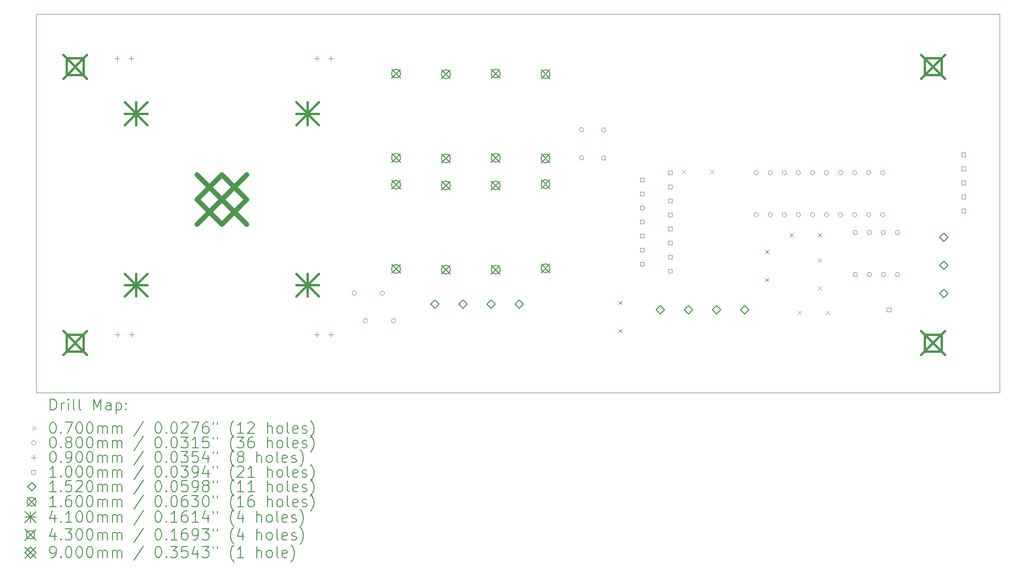
<source format=gbr>
%TF.GenerationSoftware,KiCad,Pcbnew,(6.0.11)*%
%TF.CreationDate,2023-02-08T16:01:08+00:00*%
%TF.ProjectId,StepperDemoPCB,53746570-7065-4724-9465-6d6f5043422e,rev?*%
%TF.SameCoordinates,Original*%
%TF.FileFunction,Drillmap*%
%TF.FilePolarity,Positive*%
%FSLAX45Y45*%
G04 Gerber Fmt 4.5, Leading zero omitted, Abs format (unit mm)*
G04 Created by KiCad (PCBNEW (6.0.11)) date 2023-02-08 16:01:08*
%MOMM*%
%LPD*%
G01*
G04 APERTURE LIST*
%ADD10C,0.100000*%
%ADD11C,0.200000*%
%ADD12C,0.070000*%
%ADD13C,0.080000*%
%ADD14C,0.090000*%
%ADD15C,0.152000*%
%ADD16C,0.160000*%
%ADD17C,0.410000*%
%ADD18C,0.430000*%
%ADD19C,0.900000*%
G04 APERTURE END LIST*
D10*
X3300000Y-3450000D02*
X20700000Y-3450000D01*
X20700000Y-3450000D02*
X20700000Y-10300000D01*
X20700000Y-10300000D02*
X3300000Y-10300000D01*
X3300000Y-10300000D02*
X3300000Y-3450000D01*
D11*
D12*
X13815000Y-8641000D02*
X13885000Y-8711000D01*
X13885000Y-8641000D02*
X13815000Y-8711000D01*
X13815000Y-9149000D02*
X13885000Y-9219000D01*
X13885000Y-9149000D02*
X13815000Y-9219000D01*
X14965000Y-6265000D02*
X15035000Y-6335000D01*
X15035000Y-6265000D02*
X14965000Y-6335000D01*
X15473000Y-6265000D02*
X15543000Y-6335000D01*
X15543000Y-6265000D02*
X15473000Y-6335000D01*
X16465000Y-7715000D02*
X16535000Y-7785000D01*
X16535000Y-7715000D02*
X16465000Y-7785000D01*
X16465000Y-8223000D02*
X16535000Y-8293000D01*
X16535000Y-8223000D02*
X16465000Y-8293000D01*
X16907000Y-7415000D02*
X16977000Y-7485000D01*
X16977000Y-7415000D02*
X16907000Y-7485000D01*
X17056000Y-8815000D02*
X17126000Y-8885000D01*
X17126000Y-8815000D02*
X17056000Y-8885000D01*
X17415000Y-7415000D02*
X17485000Y-7485000D01*
X17485000Y-7415000D02*
X17415000Y-7485000D01*
X17415000Y-7865000D02*
X17485000Y-7935000D01*
X17485000Y-7865000D02*
X17415000Y-7935000D01*
X17415000Y-8373000D02*
X17485000Y-8443000D01*
X17485000Y-8373000D02*
X17415000Y-8443000D01*
X17564000Y-8815000D02*
X17634000Y-8885000D01*
X17634000Y-8815000D02*
X17564000Y-8885000D01*
D13*
X9085500Y-8500000D02*
G75*
G03*
X9085500Y-8500000I-40000J0D01*
G01*
X9285500Y-9000000D02*
G75*
G03*
X9285500Y-9000000I-40000J0D01*
G01*
X9593500Y-8500000D02*
G75*
G03*
X9593500Y-8500000I-40000J0D01*
G01*
X9793500Y-9000000D02*
G75*
G03*
X9793500Y-9000000I-40000J0D01*
G01*
X13190000Y-5542000D02*
G75*
G03*
X13190000Y-5542000I-40000J0D01*
G01*
X13190000Y-6050000D02*
G75*
G03*
X13190000Y-6050000I-40000J0D01*
G01*
X13590000Y-5545500D02*
G75*
G03*
X13590000Y-5545500I-40000J0D01*
G01*
X13590000Y-6053500D02*
G75*
G03*
X13590000Y-6053500I-40000J0D01*
G01*
X16346500Y-6320000D02*
G75*
G03*
X16346500Y-6320000I-40000J0D01*
G01*
X16346500Y-7082000D02*
G75*
G03*
X16346500Y-7082000I-40000J0D01*
G01*
X16600500Y-6320000D02*
G75*
G03*
X16600500Y-6320000I-40000J0D01*
G01*
X16600500Y-7082000D02*
G75*
G03*
X16600500Y-7082000I-40000J0D01*
G01*
X16854500Y-6320000D02*
G75*
G03*
X16854500Y-6320000I-40000J0D01*
G01*
X16854500Y-7082000D02*
G75*
G03*
X16854500Y-7082000I-40000J0D01*
G01*
X17108500Y-6320000D02*
G75*
G03*
X17108500Y-6320000I-40000J0D01*
G01*
X17108500Y-7082000D02*
G75*
G03*
X17108500Y-7082000I-40000J0D01*
G01*
X17362500Y-6320000D02*
G75*
G03*
X17362500Y-6320000I-40000J0D01*
G01*
X17362500Y-7082000D02*
G75*
G03*
X17362500Y-7082000I-40000J0D01*
G01*
X17616500Y-6320000D02*
G75*
G03*
X17616500Y-6320000I-40000J0D01*
G01*
X17616500Y-7082000D02*
G75*
G03*
X17616500Y-7082000I-40000J0D01*
G01*
X17870500Y-6320000D02*
G75*
G03*
X17870500Y-6320000I-40000J0D01*
G01*
X17870500Y-7082000D02*
G75*
G03*
X17870500Y-7082000I-40000J0D01*
G01*
X18124500Y-6320000D02*
G75*
G03*
X18124500Y-6320000I-40000J0D01*
G01*
X18124500Y-7082000D02*
G75*
G03*
X18124500Y-7082000I-40000J0D01*
G01*
X18136000Y-7400000D02*
G75*
G03*
X18136000Y-7400000I-40000J0D01*
G01*
X18136000Y-8162000D02*
G75*
G03*
X18136000Y-8162000I-40000J0D01*
G01*
X18378500Y-6320000D02*
G75*
G03*
X18378500Y-6320000I-40000J0D01*
G01*
X18378500Y-7082000D02*
G75*
G03*
X18378500Y-7082000I-40000J0D01*
G01*
X18390000Y-7400000D02*
G75*
G03*
X18390000Y-7400000I-40000J0D01*
G01*
X18390000Y-8162000D02*
G75*
G03*
X18390000Y-8162000I-40000J0D01*
G01*
X18632500Y-6320000D02*
G75*
G03*
X18632500Y-6320000I-40000J0D01*
G01*
X18632500Y-7082000D02*
G75*
G03*
X18632500Y-7082000I-40000J0D01*
G01*
X18644000Y-7400000D02*
G75*
G03*
X18644000Y-7400000I-40000J0D01*
G01*
X18644000Y-8162000D02*
G75*
G03*
X18644000Y-8162000I-40000J0D01*
G01*
X18898000Y-7400000D02*
G75*
G03*
X18898000Y-7400000I-40000J0D01*
G01*
X18898000Y-8162000D02*
G75*
G03*
X18898000Y-8162000I-40000J0D01*
G01*
D14*
X4760500Y-4205000D02*
X4760500Y-4295000D01*
X4715500Y-4250000D02*
X4805500Y-4250000D01*
X4765500Y-9205000D02*
X4765500Y-9295000D01*
X4720500Y-9250000D02*
X4810500Y-9250000D01*
X5014500Y-4205000D02*
X5014500Y-4295000D01*
X4969500Y-4250000D02*
X5059500Y-4250000D01*
X5019500Y-9205000D02*
X5019500Y-9295000D01*
X4974500Y-9250000D02*
X5064500Y-9250000D01*
X8367000Y-4205000D02*
X8367000Y-4295000D01*
X8322000Y-4250000D02*
X8412000Y-4250000D01*
X8367000Y-9205000D02*
X8367000Y-9295000D01*
X8322000Y-9250000D02*
X8412000Y-9250000D01*
X8621000Y-4205000D02*
X8621000Y-4295000D01*
X8576000Y-4250000D02*
X8666000Y-4250000D01*
X8621000Y-9205000D02*
X8621000Y-9295000D01*
X8576000Y-9250000D02*
X8666000Y-9250000D01*
D10*
X14277356Y-6484356D02*
X14277356Y-6413644D01*
X14206644Y-6413644D01*
X14206644Y-6484356D01*
X14277356Y-6484356D01*
X14277356Y-6738356D02*
X14277356Y-6667644D01*
X14206644Y-6667644D01*
X14206644Y-6738356D01*
X14277356Y-6738356D01*
X14277356Y-6992356D02*
X14277356Y-6921644D01*
X14206644Y-6921644D01*
X14206644Y-6992356D01*
X14277356Y-6992356D01*
X14277356Y-7246356D02*
X14277356Y-7175644D01*
X14206644Y-7175644D01*
X14206644Y-7246356D01*
X14277356Y-7246356D01*
X14277356Y-7500356D02*
X14277356Y-7429644D01*
X14206644Y-7429644D01*
X14206644Y-7500356D01*
X14277356Y-7500356D01*
X14277356Y-7754356D02*
X14277356Y-7683644D01*
X14206644Y-7683644D01*
X14206644Y-7754356D01*
X14277356Y-7754356D01*
X14277356Y-8008356D02*
X14277356Y-7937644D01*
X14206644Y-7937644D01*
X14206644Y-8008356D01*
X14277356Y-8008356D01*
X14785356Y-6357356D02*
X14785356Y-6286644D01*
X14714644Y-6286644D01*
X14714644Y-6357356D01*
X14785356Y-6357356D01*
X14785356Y-6611356D02*
X14785356Y-6540644D01*
X14714644Y-6540644D01*
X14714644Y-6611356D01*
X14785356Y-6611356D01*
X14785356Y-6865356D02*
X14785356Y-6794644D01*
X14714644Y-6794644D01*
X14714644Y-6865356D01*
X14785356Y-6865356D01*
X14785356Y-7119356D02*
X14785356Y-7048644D01*
X14714644Y-7048644D01*
X14714644Y-7119356D01*
X14785356Y-7119356D01*
X14785356Y-7373356D02*
X14785356Y-7302644D01*
X14714644Y-7302644D01*
X14714644Y-7373356D01*
X14785356Y-7373356D01*
X14785356Y-7627356D02*
X14785356Y-7556644D01*
X14714644Y-7556644D01*
X14714644Y-7627356D01*
X14785356Y-7627356D01*
X14785356Y-7881356D02*
X14785356Y-7810644D01*
X14714644Y-7810644D01*
X14714644Y-7881356D01*
X14785356Y-7881356D01*
X14785356Y-8135356D02*
X14785356Y-8064644D01*
X14714644Y-8064644D01*
X14714644Y-8135356D01*
X14785356Y-8135356D01*
X18735356Y-8835356D02*
X18735356Y-8764644D01*
X18664644Y-8764644D01*
X18664644Y-8835356D01*
X18735356Y-8835356D01*
X20087856Y-6030356D02*
X20087856Y-5959644D01*
X20017144Y-5959644D01*
X20017144Y-6030356D01*
X20087856Y-6030356D01*
X20087856Y-6284356D02*
X20087856Y-6213644D01*
X20017144Y-6213644D01*
X20017144Y-6284356D01*
X20087856Y-6284356D01*
X20087856Y-6538356D02*
X20087856Y-6467644D01*
X20017144Y-6467644D01*
X20017144Y-6538356D01*
X20087856Y-6538356D01*
X20087856Y-6792356D02*
X20087856Y-6721644D01*
X20017144Y-6721644D01*
X20017144Y-6792356D01*
X20087856Y-6792356D01*
X20087856Y-7046356D02*
X20087856Y-6975644D01*
X20017144Y-6975644D01*
X20017144Y-7046356D01*
X20087856Y-7046356D01*
D15*
X10500000Y-8776000D02*
X10576000Y-8700000D01*
X10500000Y-8624000D01*
X10424000Y-8700000D01*
X10500000Y-8776000D01*
X11008000Y-8776000D02*
X11084000Y-8700000D01*
X11008000Y-8624000D01*
X10932000Y-8700000D01*
X11008000Y-8776000D01*
X11516000Y-8776000D02*
X11592000Y-8700000D01*
X11516000Y-8624000D01*
X11440000Y-8700000D01*
X11516000Y-8776000D01*
X12024000Y-8776000D02*
X12100000Y-8700000D01*
X12024000Y-8624000D01*
X11948000Y-8700000D01*
X12024000Y-8776000D01*
X14576000Y-8876000D02*
X14652000Y-8800000D01*
X14576000Y-8724000D01*
X14500000Y-8800000D01*
X14576000Y-8876000D01*
X15084000Y-8876000D02*
X15160000Y-8800000D01*
X15084000Y-8724000D01*
X15008000Y-8800000D01*
X15084000Y-8876000D01*
X15592000Y-8876000D02*
X15668000Y-8800000D01*
X15592000Y-8724000D01*
X15516000Y-8800000D01*
X15592000Y-8876000D01*
X16100000Y-8876000D02*
X16176000Y-8800000D01*
X16100000Y-8724000D01*
X16024000Y-8800000D01*
X16100000Y-8876000D01*
X19700000Y-7560000D02*
X19776000Y-7484000D01*
X19700000Y-7408000D01*
X19624000Y-7484000D01*
X19700000Y-7560000D01*
X19700000Y-8068000D02*
X19776000Y-7992000D01*
X19700000Y-7916000D01*
X19624000Y-7992000D01*
X19700000Y-8068000D01*
X19700000Y-8576000D02*
X19776000Y-8500000D01*
X19700000Y-8424000D01*
X19624000Y-8500000D01*
X19700000Y-8576000D01*
D16*
X9720000Y-4446000D02*
X9880000Y-4606000D01*
X9880000Y-4446000D02*
X9720000Y-4606000D01*
X9880000Y-4526000D02*
G75*
G03*
X9880000Y-4526000I-80000J0D01*
G01*
X9720000Y-5970000D02*
X9880000Y-6130000D01*
X9880000Y-5970000D02*
X9720000Y-6130000D01*
X9880000Y-6050000D02*
G75*
G03*
X9880000Y-6050000I-80000J0D01*
G01*
X9720000Y-6458000D02*
X9880000Y-6618000D01*
X9880000Y-6458000D02*
X9720000Y-6618000D01*
X9880000Y-6538000D02*
G75*
G03*
X9880000Y-6538000I-80000J0D01*
G01*
X9720000Y-7982000D02*
X9880000Y-8142000D01*
X9880000Y-7982000D02*
X9720000Y-8142000D01*
X9880000Y-8062000D02*
G75*
G03*
X9880000Y-8062000I-80000J0D01*
G01*
X10620000Y-4458000D02*
X10780000Y-4618000D01*
X10780000Y-4458000D02*
X10620000Y-4618000D01*
X10780000Y-4538000D02*
G75*
G03*
X10780000Y-4538000I-80000J0D01*
G01*
X10620000Y-5982000D02*
X10780000Y-6142000D01*
X10780000Y-5982000D02*
X10620000Y-6142000D01*
X10780000Y-6062000D02*
G75*
G03*
X10780000Y-6062000I-80000J0D01*
G01*
X10620000Y-6470000D02*
X10780000Y-6630000D01*
X10780000Y-6470000D02*
X10620000Y-6630000D01*
X10780000Y-6550000D02*
G75*
G03*
X10780000Y-6550000I-80000J0D01*
G01*
X10620000Y-7994000D02*
X10780000Y-8154000D01*
X10780000Y-7994000D02*
X10620000Y-8154000D01*
X10780000Y-8074000D02*
G75*
G03*
X10780000Y-8074000I-80000J0D01*
G01*
X11520000Y-4446000D02*
X11680000Y-4606000D01*
X11680000Y-4446000D02*
X11520000Y-4606000D01*
X11680000Y-4526000D02*
G75*
G03*
X11680000Y-4526000I-80000J0D01*
G01*
X11520000Y-5970000D02*
X11680000Y-6130000D01*
X11680000Y-5970000D02*
X11520000Y-6130000D01*
X11680000Y-6050000D02*
G75*
G03*
X11680000Y-6050000I-80000J0D01*
G01*
X11520000Y-6470000D02*
X11680000Y-6630000D01*
X11680000Y-6470000D02*
X11520000Y-6630000D01*
X11680000Y-6550000D02*
G75*
G03*
X11680000Y-6550000I-80000J0D01*
G01*
X11520000Y-7994000D02*
X11680000Y-8154000D01*
X11680000Y-7994000D02*
X11520000Y-8154000D01*
X11680000Y-8074000D02*
G75*
G03*
X11680000Y-8074000I-80000J0D01*
G01*
X12420000Y-4458000D02*
X12580000Y-4618000D01*
X12580000Y-4458000D02*
X12420000Y-4618000D01*
X12580000Y-4538000D02*
G75*
G03*
X12580000Y-4538000I-80000J0D01*
G01*
X12420000Y-5982000D02*
X12580000Y-6142000D01*
X12580000Y-5982000D02*
X12420000Y-6142000D01*
X12580000Y-6062000D02*
G75*
G03*
X12580000Y-6062000I-80000J0D01*
G01*
X12420000Y-6446000D02*
X12580000Y-6606000D01*
X12580000Y-6446000D02*
X12420000Y-6606000D01*
X12580000Y-6526000D02*
G75*
G03*
X12580000Y-6526000I-80000J0D01*
G01*
X12420000Y-7970000D02*
X12580000Y-8130000D01*
X12580000Y-7970000D02*
X12420000Y-8130000D01*
X12580000Y-8050000D02*
G75*
G03*
X12580000Y-8050000I-80000J0D01*
G01*
D17*
X4895000Y-5045000D02*
X5305000Y-5455000D01*
X5305000Y-5045000D02*
X4895000Y-5455000D01*
X5100000Y-5045000D02*
X5100000Y-5455000D01*
X4895000Y-5250000D02*
X5305000Y-5250000D01*
X4895000Y-8145000D02*
X5305000Y-8555000D01*
X5305000Y-8145000D02*
X4895000Y-8555000D01*
X5100000Y-8145000D02*
X5100000Y-8555000D01*
X4895000Y-8350000D02*
X5305000Y-8350000D01*
X7995000Y-5045000D02*
X8405000Y-5455000D01*
X8405000Y-5045000D02*
X7995000Y-5455000D01*
X8200000Y-5045000D02*
X8200000Y-5455000D01*
X7995000Y-5250000D02*
X8405000Y-5250000D01*
X7995000Y-8145000D02*
X8405000Y-8555000D01*
X8405000Y-8145000D02*
X7995000Y-8555000D01*
X8200000Y-8145000D02*
X8200000Y-8555000D01*
X7995000Y-8350000D02*
X8405000Y-8350000D01*
D18*
X3785000Y-4185000D02*
X4215000Y-4615000D01*
X4215000Y-4185000D02*
X3785000Y-4615000D01*
X4152029Y-4552029D02*
X4152029Y-4247971D01*
X3847971Y-4247971D01*
X3847971Y-4552029D01*
X4152029Y-4552029D01*
X3785000Y-9185000D02*
X4215000Y-9615000D01*
X4215000Y-9185000D02*
X3785000Y-9615000D01*
X4152029Y-9552029D02*
X4152029Y-9247971D01*
X3847971Y-9247971D01*
X3847971Y-9552029D01*
X4152029Y-9552029D01*
X19285000Y-4185000D02*
X19715000Y-4615000D01*
X19715000Y-4185000D02*
X19285000Y-4615000D01*
X19652029Y-4552029D02*
X19652029Y-4247971D01*
X19347971Y-4247971D01*
X19347971Y-4552029D01*
X19652029Y-4552029D01*
X19285000Y-9185000D02*
X19715000Y-9615000D01*
X19715000Y-9185000D02*
X19285000Y-9615000D01*
X19652029Y-9552029D02*
X19652029Y-9247971D01*
X19347971Y-9247971D01*
X19347971Y-9552029D01*
X19652029Y-9552029D01*
D19*
X6200000Y-6350000D02*
X7100000Y-7250000D01*
X7100000Y-6350000D02*
X6200000Y-7250000D01*
X6650000Y-7250000D02*
X7100000Y-6800000D01*
X6650000Y-6350000D01*
X6200000Y-6800000D01*
X6650000Y-7250000D01*
D11*
X3552619Y-10615476D02*
X3552619Y-10415476D01*
X3600238Y-10415476D01*
X3628809Y-10425000D01*
X3647857Y-10444048D01*
X3657381Y-10463095D01*
X3666905Y-10501190D01*
X3666905Y-10529762D01*
X3657381Y-10567857D01*
X3647857Y-10586905D01*
X3628809Y-10605952D01*
X3600238Y-10615476D01*
X3552619Y-10615476D01*
X3752619Y-10615476D02*
X3752619Y-10482143D01*
X3752619Y-10520238D02*
X3762143Y-10501190D01*
X3771667Y-10491667D01*
X3790714Y-10482143D01*
X3809762Y-10482143D01*
X3876428Y-10615476D02*
X3876428Y-10482143D01*
X3876428Y-10415476D02*
X3866905Y-10425000D01*
X3876428Y-10434524D01*
X3885952Y-10425000D01*
X3876428Y-10415476D01*
X3876428Y-10434524D01*
X4000238Y-10615476D02*
X3981190Y-10605952D01*
X3971667Y-10586905D01*
X3971667Y-10415476D01*
X4105000Y-10615476D02*
X4085952Y-10605952D01*
X4076428Y-10586905D01*
X4076428Y-10415476D01*
X4333571Y-10615476D02*
X4333571Y-10415476D01*
X4400238Y-10558333D01*
X4466905Y-10415476D01*
X4466905Y-10615476D01*
X4647857Y-10615476D02*
X4647857Y-10510714D01*
X4638333Y-10491667D01*
X4619286Y-10482143D01*
X4581190Y-10482143D01*
X4562143Y-10491667D01*
X4647857Y-10605952D02*
X4628810Y-10615476D01*
X4581190Y-10615476D01*
X4562143Y-10605952D01*
X4552619Y-10586905D01*
X4552619Y-10567857D01*
X4562143Y-10548810D01*
X4581190Y-10539286D01*
X4628810Y-10539286D01*
X4647857Y-10529762D01*
X4743095Y-10482143D02*
X4743095Y-10682143D01*
X4743095Y-10491667D02*
X4762143Y-10482143D01*
X4800238Y-10482143D01*
X4819286Y-10491667D01*
X4828810Y-10501190D01*
X4838333Y-10520238D01*
X4838333Y-10577381D01*
X4828810Y-10596429D01*
X4819286Y-10605952D01*
X4800238Y-10615476D01*
X4762143Y-10615476D01*
X4743095Y-10605952D01*
X4924048Y-10596429D02*
X4933571Y-10605952D01*
X4924048Y-10615476D01*
X4914524Y-10605952D01*
X4924048Y-10596429D01*
X4924048Y-10615476D01*
X4924048Y-10491667D02*
X4933571Y-10501190D01*
X4924048Y-10510714D01*
X4914524Y-10501190D01*
X4924048Y-10491667D01*
X4924048Y-10510714D01*
D12*
X3225000Y-10910000D02*
X3295000Y-10980000D01*
X3295000Y-10910000D02*
X3225000Y-10980000D01*
D11*
X3590714Y-10835476D02*
X3609762Y-10835476D01*
X3628809Y-10845000D01*
X3638333Y-10854524D01*
X3647857Y-10873571D01*
X3657381Y-10911667D01*
X3657381Y-10959286D01*
X3647857Y-10997381D01*
X3638333Y-11016429D01*
X3628809Y-11025952D01*
X3609762Y-11035476D01*
X3590714Y-11035476D01*
X3571667Y-11025952D01*
X3562143Y-11016429D01*
X3552619Y-10997381D01*
X3543095Y-10959286D01*
X3543095Y-10911667D01*
X3552619Y-10873571D01*
X3562143Y-10854524D01*
X3571667Y-10845000D01*
X3590714Y-10835476D01*
X3743095Y-11016429D02*
X3752619Y-11025952D01*
X3743095Y-11035476D01*
X3733571Y-11025952D01*
X3743095Y-11016429D01*
X3743095Y-11035476D01*
X3819286Y-10835476D02*
X3952619Y-10835476D01*
X3866905Y-11035476D01*
X4066905Y-10835476D02*
X4085952Y-10835476D01*
X4105000Y-10845000D01*
X4114524Y-10854524D01*
X4124048Y-10873571D01*
X4133571Y-10911667D01*
X4133571Y-10959286D01*
X4124048Y-10997381D01*
X4114524Y-11016429D01*
X4105000Y-11025952D01*
X4085952Y-11035476D01*
X4066905Y-11035476D01*
X4047857Y-11025952D01*
X4038333Y-11016429D01*
X4028809Y-10997381D01*
X4019286Y-10959286D01*
X4019286Y-10911667D01*
X4028809Y-10873571D01*
X4038333Y-10854524D01*
X4047857Y-10845000D01*
X4066905Y-10835476D01*
X4257381Y-10835476D02*
X4276429Y-10835476D01*
X4295476Y-10845000D01*
X4305000Y-10854524D01*
X4314524Y-10873571D01*
X4324048Y-10911667D01*
X4324048Y-10959286D01*
X4314524Y-10997381D01*
X4305000Y-11016429D01*
X4295476Y-11025952D01*
X4276429Y-11035476D01*
X4257381Y-11035476D01*
X4238333Y-11025952D01*
X4228810Y-11016429D01*
X4219286Y-10997381D01*
X4209762Y-10959286D01*
X4209762Y-10911667D01*
X4219286Y-10873571D01*
X4228810Y-10854524D01*
X4238333Y-10845000D01*
X4257381Y-10835476D01*
X4409762Y-11035476D02*
X4409762Y-10902143D01*
X4409762Y-10921190D02*
X4419286Y-10911667D01*
X4438333Y-10902143D01*
X4466905Y-10902143D01*
X4485952Y-10911667D01*
X4495476Y-10930714D01*
X4495476Y-11035476D01*
X4495476Y-10930714D02*
X4505000Y-10911667D01*
X4524048Y-10902143D01*
X4552619Y-10902143D01*
X4571667Y-10911667D01*
X4581190Y-10930714D01*
X4581190Y-11035476D01*
X4676429Y-11035476D02*
X4676429Y-10902143D01*
X4676429Y-10921190D02*
X4685952Y-10911667D01*
X4705000Y-10902143D01*
X4733571Y-10902143D01*
X4752619Y-10911667D01*
X4762143Y-10930714D01*
X4762143Y-11035476D01*
X4762143Y-10930714D02*
X4771667Y-10911667D01*
X4790714Y-10902143D01*
X4819286Y-10902143D01*
X4838333Y-10911667D01*
X4847857Y-10930714D01*
X4847857Y-11035476D01*
X5238333Y-10825952D02*
X5066905Y-11083095D01*
X5495476Y-10835476D02*
X5514524Y-10835476D01*
X5533571Y-10845000D01*
X5543095Y-10854524D01*
X5552619Y-10873571D01*
X5562143Y-10911667D01*
X5562143Y-10959286D01*
X5552619Y-10997381D01*
X5543095Y-11016429D01*
X5533571Y-11025952D01*
X5514524Y-11035476D01*
X5495476Y-11035476D01*
X5476429Y-11025952D01*
X5466905Y-11016429D01*
X5457381Y-10997381D01*
X5447857Y-10959286D01*
X5447857Y-10911667D01*
X5457381Y-10873571D01*
X5466905Y-10854524D01*
X5476429Y-10845000D01*
X5495476Y-10835476D01*
X5647857Y-11016429D02*
X5657381Y-11025952D01*
X5647857Y-11035476D01*
X5638333Y-11025952D01*
X5647857Y-11016429D01*
X5647857Y-11035476D01*
X5781190Y-10835476D02*
X5800238Y-10835476D01*
X5819286Y-10845000D01*
X5828809Y-10854524D01*
X5838333Y-10873571D01*
X5847857Y-10911667D01*
X5847857Y-10959286D01*
X5838333Y-10997381D01*
X5828809Y-11016429D01*
X5819286Y-11025952D01*
X5800238Y-11035476D01*
X5781190Y-11035476D01*
X5762143Y-11025952D01*
X5752619Y-11016429D01*
X5743095Y-10997381D01*
X5733571Y-10959286D01*
X5733571Y-10911667D01*
X5743095Y-10873571D01*
X5752619Y-10854524D01*
X5762143Y-10845000D01*
X5781190Y-10835476D01*
X5924048Y-10854524D02*
X5933571Y-10845000D01*
X5952619Y-10835476D01*
X6000238Y-10835476D01*
X6019286Y-10845000D01*
X6028809Y-10854524D01*
X6038333Y-10873571D01*
X6038333Y-10892619D01*
X6028809Y-10921190D01*
X5914524Y-11035476D01*
X6038333Y-11035476D01*
X6105000Y-10835476D02*
X6238333Y-10835476D01*
X6152619Y-11035476D01*
X6400238Y-10835476D02*
X6362143Y-10835476D01*
X6343095Y-10845000D01*
X6333571Y-10854524D01*
X6314524Y-10883095D01*
X6305000Y-10921190D01*
X6305000Y-10997381D01*
X6314524Y-11016429D01*
X6324048Y-11025952D01*
X6343095Y-11035476D01*
X6381190Y-11035476D01*
X6400238Y-11025952D01*
X6409762Y-11016429D01*
X6419286Y-10997381D01*
X6419286Y-10949762D01*
X6409762Y-10930714D01*
X6400238Y-10921190D01*
X6381190Y-10911667D01*
X6343095Y-10911667D01*
X6324048Y-10921190D01*
X6314524Y-10930714D01*
X6305000Y-10949762D01*
X6495476Y-10835476D02*
X6495476Y-10873571D01*
X6571667Y-10835476D02*
X6571667Y-10873571D01*
X6866905Y-11111667D02*
X6857381Y-11102143D01*
X6838333Y-11073571D01*
X6828809Y-11054524D01*
X6819286Y-11025952D01*
X6809762Y-10978333D01*
X6809762Y-10940238D01*
X6819286Y-10892619D01*
X6828809Y-10864048D01*
X6838333Y-10845000D01*
X6857381Y-10816429D01*
X6866905Y-10806905D01*
X7047857Y-11035476D02*
X6933571Y-11035476D01*
X6990714Y-11035476D02*
X6990714Y-10835476D01*
X6971667Y-10864048D01*
X6952619Y-10883095D01*
X6933571Y-10892619D01*
X7124048Y-10854524D02*
X7133571Y-10845000D01*
X7152619Y-10835476D01*
X7200238Y-10835476D01*
X7219286Y-10845000D01*
X7228809Y-10854524D01*
X7238333Y-10873571D01*
X7238333Y-10892619D01*
X7228809Y-10921190D01*
X7114524Y-11035476D01*
X7238333Y-11035476D01*
X7476428Y-11035476D02*
X7476428Y-10835476D01*
X7562143Y-11035476D02*
X7562143Y-10930714D01*
X7552619Y-10911667D01*
X7533571Y-10902143D01*
X7505000Y-10902143D01*
X7485952Y-10911667D01*
X7476428Y-10921190D01*
X7685952Y-11035476D02*
X7666905Y-11025952D01*
X7657381Y-11016429D01*
X7647857Y-10997381D01*
X7647857Y-10940238D01*
X7657381Y-10921190D01*
X7666905Y-10911667D01*
X7685952Y-10902143D01*
X7714524Y-10902143D01*
X7733571Y-10911667D01*
X7743095Y-10921190D01*
X7752619Y-10940238D01*
X7752619Y-10997381D01*
X7743095Y-11016429D01*
X7733571Y-11025952D01*
X7714524Y-11035476D01*
X7685952Y-11035476D01*
X7866905Y-11035476D02*
X7847857Y-11025952D01*
X7838333Y-11006905D01*
X7838333Y-10835476D01*
X8019286Y-11025952D02*
X8000238Y-11035476D01*
X7962143Y-11035476D01*
X7943095Y-11025952D01*
X7933571Y-11006905D01*
X7933571Y-10930714D01*
X7943095Y-10911667D01*
X7962143Y-10902143D01*
X8000238Y-10902143D01*
X8019286Y-10911667D01*
X8028809Y-10930714D01*
X8028809Y-10949762D01*
X7933571Y-10968810D01*
X8105000Y-11025952D02*
X8124048Y-11035476D01*
X8162143Y-11035476D01*
X8181190Y-11025952D01*
X8190714Y-11006905D01*
X8190714Y-10997381D01*
X8181190Y-10978333D01*
X8162143Y-10968810D01*
X8133571Y-10968810D01*
X8114524Y-10959286D01*
X8105000Y-10940238D01*
X8105000Y-10930714D01*
X8114524Y-10911667D01*
X8133571Y-10902143D01*
X8162143Y-10902143D01*
X8181190Y-10911667D01*
X8257381Y-11111667D02*
X8266905Y-11102143D01*
X8285952Y-11073571D01*
X8295476Y-11054524D01*
X8305000Y-11025952D01*
X8314524Y-10978333D01*
X8314524Y-10940238D01*
X8305000Y-10892619D01*
X8295476Y-10864048D01*
X8285952Y-10845000D01*
X8266905Y-10816429D01*
X8257381Y-10806905D01*
D13*
X3295000Y-11209000D02*
G75*
G03*
X3295000Y-11209000I-40000J0D01*
G01*
D11*
X3590714Y-11099476D02*
X3609762Y-11099476D01*
X3628809Y-11109000D01*
X3638333Y-11118524D01*
X3647857Y-11137571D01*
X3657381Y-11175667D01*
X3657381Y-11223286D01*
X3647857Y-11261381D01*
X3638333Y-11280428D01*
X3628809Y-11289952D01*
X3609762Y-11299476D01*
X3590714Y-11299476D01*
X3571667Y-11289952D01*
X3562143Y-11280428D01*
X3552619Y-11261381D01*
X3543095Y-11223286D01*
X3543095Y-11175667D01*
X3552619Y-11137571D01*
X3562143Y-11118524D01*
X3571667Y-11109000D01*
X3590714Y-11099476D01*
X3743095Y-11280428D02*
X3752619Y-11289952D01*
X3743095Y-11299476D01*
X3733571Y-11289952D01*
X3743095Y-11280428D01*
X3743095Y-11299476D01*
X3866905Y-11185190D02*
X3847857Y-11175667D01*
X3838333Y-11166143D01*
X3828809Y-11147095D01*
X3828809Y-11137571D01*
X3838333Y-11118524D01*
X3847857Y-11109000D01*
X3866905Y-11099476D01*
X3905000Y-11099476D01*
X3924048Y-11109000D01*
X3933571Y-11118524D01*
X3943095Y-11137571D01*
X3943095Y-11147095D01*
X3933571Y-11166143D01*
X3924048Y-11175667D01*
X3905000Y-11185190D01*
X3866905Y-11185190D01*
X3847857Y-11194714D01*
X3838333Y-11204238D01*
X3828809Y-11223286D01*
X3828809Y-11261381D01*
X3838333Y-11280428D01*
X3847857Y-11289952D01*
X3866905Y-11299476D01*
X3905000Y-11299476D01*
X3924048Y-11289952D01*
X3933571Y-11280428D01*
X3943095Y-11261381D01*
X3943095Y-11223286D01*
X3933571Y-11204238D01*
X3924048Y-11194714D01*
X3905000Y-11185190D01*
X4066905Y-11099476D02*
X4085952Y-11099476D01*
X4105000Y-11109000D01*
X4114524Y-11118524D01*
X4124048Y-11137571D01*
X4133571Y-11175667D01*
X4133571Y-11223286D01*
X4124048Y-11261381D01*
X4114524Y-11280428D01*
X4105000Y-11289952D01*
X4085952Y-11299476D01*
X4066905Y-11299476D01*
X4047857Y-11289952D01*
X4038333Y-11280428D01*
X4028809Y-11261381D01*
X4019286Y-11223286D01*
X4019286Y-11175667D01*
X4028809Y-11137571D01*
X4038333Y-11118524D01*
X4047857Y-11109000D01*
X4066905Y-11099476D01*
X4257381Y-11099476D02*
X4276429Y-11099476D01*
X4295476Y-11109000D01*
X4305000Y-11118524D01*
X4314524Y-11137571D01*
X4324048Y-11175667D01*
X4324048Y-11223286D01*
X4314524Y-11261381D01*
X4305000Y-11280428D01*
X4295476Y-11289952D01*
X4276429Y-11299476D01*
X4257381Y-11299476D01*
X4238333Y-11289952D01*
X4228810Y-11280428D01*
X4219286Y-11261381D01*
X4209762Y-11223286D01*
X4209762Y-11175667D01*
X4219286Y-11137571D01*
X4228810Y-11118524D01*
X4238333Y-11109000D01*
X4257381Y-11099476D01*
X4409762Y-11299476D02*
X4409762Y-11166143D01*
X4409762Y-11185190D02*
X4419286Y-11175667D01*
X4438333Y-11166143D01*
X4466905Y-11166143D01*
X4485952Y-11175667D01*
X4495476Y-11194714D01*
X4495476Y-11299476D01*
X4495476Y-11194714D02*
X4505000Y-11175667D01*
X4524048Y-11166143D01*
X4552619Y-11166143D01*
X4571667Y-11175667D01*
X4581190Y-11194714D01*
X4581190Y-11299476D01*
X4676429Y-11299476D02*
X4676429Y-11166143D01*
X4676429Y-11185190D02*
X4685952Y-11175667D01*
X4705000Y-11166143D01*
X4733571Y-11166143D01*
X4752619Y-11175667D01*
X4762143Y-11194714D01*
X4762143Y-11299476D01*
X4762143Y-11194714D02*
X4771667Y-11175667D01*
X4790714Y-11166143D01*
X4819286Y-11166143D01*
X4838333Y-11175667D01*
X4847857Y-11194714D01*
X4847857Y-11299476D01*
X5238333Y-11089952D02*
X5066905Y-11347095D01*
X5495476Y-11099476D02*
X5514524Y-11099476D01*
X5533571Y-11109000D01*
X5543095Y-11118524D01*
X5552619Y-11137571D01*
X5562143Y-11175667D01*
X5562143Y-11223286D01*
X5552619Y-11261381D01*
X5543095Y-11280428D01*
X5533571Y-11289952D01*
X5514524Y-11299476D01*
X5495476Y-11299476D01*
X5476429Y-11289952D01*
X5466905Y-11280428D01*
X5457381Y-11261381D01*
X5447857Y-11223286D01*
X5447857Y-11175667D01*
X5457381Y-11137571D01*
X5466905Y-11118524D01*
X5476429Y-11109000D01*
X5495476Y-11099476D01*
X5647857Y-11280428D02*
X5657381Y-11289952D01*
X5647857Y-11299476D01*
X5638333Y-11289952D01*
X5647857Y-11280428D01*
X5647857Y-11299476D01*
X5781190Y-11099476D02*
X5800238Y-11099476D01*
X5819286Y-11109000D01*
X5828809Y-11118524D01*
X5838333Y-11137571D01*
X5847857Y-11175667D01*
X5847857Y-11223286D01*
X5838333Y-11261381D01*
X5828809Y-11280428D01*
X5819286Y-11289952D01*
X5800238Y-11299476D01*
X5781190Y-11299476D01*
X5762143Y-11289952D01*
X5752619Y-11280428D01*
X5743095Y-11261381D01*
X5733571Y-11223286D01*
X5733571Y-11175667D01*
X5743095Y-11137571D01*
X5752619Y-11118524D01*
X5762143Y-11109000D01*
X5781190Y-11099476D01*
X5914524Y-11099476D02*
X6038333Y-11099476D01*
X5971667Y-11175667D01*
X6000238Y-11175667D01*
X6019286Y-11185190D01*
X6028809Y-11194714D01*
X6038333Y-11213762D01*
X6038333Y-11261381D01*
X6028809Y-11280428D01*
X6019286Y-11289952D01*
X6000238Y-11299476D01*
X5943095Y-11299476D01*
X5924048Y-11289952D01*
X5914524Y-11280428D01*
X6228809Y-11299476D02*
X6114524Y-11299476D01*
X6171667Y-11299476D02*
X6171667Y-11099476D01*
X6152619Y-11128048D01*
X6133571Y-11147095D01*
X6114524Y-11156619D01*
X6409762Y-11099476D02*
X6314524Y-11099476D01*
X6305000Y-11194714D01*
X6314524Y-11185190D01*
X6333571Y-11175667D01*
X6381190Y-11175667D01*
X6400238Y-11185190D01*
X6409762Y-11194714D01*
X6419286Y-11213762D01*
X6419286Y-11261381D01*
X6409762Y-11280428D01*
X6400238Y-11289952D01*
X6381190Y-11299476D01*
X6333571Y-11299476D01*
X6314524Y-11289952D01*
X6305000Y-11280428D01*
X6495476Y-11099476D02*
X6495476Y-11137571D01*
X6571667Y-11099476D02*
X6571667Y-11137571D01*
X6866905Y-11375667D02*
X6857381Y-11366143D01*
X6838333Y-11337571D01*
X6828809Y-11318524D01*
X6819286Y-11289952D01*
X6809762Y-11242333D01*
X6809762Y-11204238D01*
X6819286Y-11156619D01*
X6828809Y-11128048D01*
X6838333Y-11109000D01*
X6857381Y-11080429D01*
X6866905Y-11070905D01*
X6924048Y-11099476D02*
X7047857Y-11099476D01*
X6981190Y-11175667D01*
X7009762Y-11175667D01*
X7028809Y-11185190D01*
X7038333Y-11194714D01*
X7047857Y-11213762D01*
X7047857Y-11261381D01*
X7038333Y-11280428D01*
X7028809Y-11289952D01*
X7009762Y-11299476D01*
X6952619Y-11299476D01*
X6933571Y-11289952D01*
X6924048Y-11280428D01*
X7219286Y-11099476D02*
X7181190Y-11099476D01*
X7162143Y-11109000D01*
X7152619Y-11118524D01*
X7133571Y-11147095D01*
X7124048Y-11185190D01*
X7124048Y-11261381D01*
X7133571Y-11280428D01*
X7143095Y-11289952D01*
X7162143Y-11299476D01*
X7200238Y-11299476D01*
X7219286Y-11289952D01*
X7228809Y-11280428D01*
X7238333Y-11261381D01*
X7238333Y-11213762D01*
X7228809Y-11194714D01*
X7219286Y-11185190D01*
X7200238Y-11175667D01*
X7162143Y-11175667D01*
X7143095Y-11185190D01*
X7133571Y-11194714D01*
X7124048Y-11213762D01*
X7476428Y-11299476D02*
X7476428Y-11099476D01*
X7562143Y-11299476D02*
X7562143Y-11194714D01*
X7552619Y-11175667D01*
X7533571Y-11166143D01*
X7505000Y-11166143D01*
X7485952Y-11175667D01*
X7476428Y-11185190D01*
X7685952Y-11299476D02*
X7666905Y-11289952D01*
X7657381Y-11280428D01*
X7647857Y-11261381D01*
X7647857Y-11204238D01*
X7657381Y-11185190D01*
X7666905Y-11175667D01*
X7685952Y-11166143D01*
X7714524Y-11166143D01*
X7733571Y-11175667D01*
X7743095Y-11185190D01*
X7752619Y-11204238D01*
X7752619Y-11261381D01*
X7743095Y-11280428D01*
X7733571Y-11289952D01*
X7714524Y-11299476D01*
X7685952Y-11299476D01*
X7866905Y-11299476D02*
X7847857Y-11289952D01*
X7838333Y-11270905D01*
X7838333Y-11099476D01*
X8019286Y-11289952D02*
X8000238Y-11299476D01*
X7962143Y-11299476D01*
X7943095Y-11289952D01*
X7933571Y-11270905D01*
X7933571Y-11194714D01*
X7943095Y-11175667D01*
X7962143Y-11166143D01*
X8000238Y-11166143D01*
X8019286Y-11175667D01*
X8028809Y-11194714D01*
X8028809Y-11213762D01*
X7933571Y-11232809D01*
X8105000Y-11289952D02*
X8124048Y-11299476D01*
X8162143Y-11299476D01*
X8181190Y-11289952D01*
X8190714Y-11270905D01*
X8190714Y-11261381D01*
X8181190Y-11242333D01*
X8162143Y-11232809D01*
X8133571Y-11232809D01*
X8114524Y-11223286D01*
X8105000Y-11204238D01*
X8105000Y-11194714D01*
X8114524Y-11175667D01*
X8133571Y-11166143D01*
X8162143Y-11166143D01*
X8181190Y-11175667D01*
X8257381Y-11375667D02*
X8266905Y-11366143D01*
X8285952Y-11337571D01*
X8295476Y-11318524D01*
X8305000Y-11289952D01*
X8314524Y-11242333D01*
X8314524Y-11204238D01*
X8305000Y-11156619D01*
X8295476Y-11128048D01*
X8285952Y-11109000D01*
X8266905Y-11080429D01*
X8257381Y-11070905D01*
D14*
X3250000Y-11428000D02*
X3250000Y-11518000D01*
X3205000Y-11473000D02*
X3295000Y-11473000D01*
D11*
X3590714Y-11363476D02*
X3609762Y-11363476D01*
X3628809Y-11373000D01*
X3638333Y-11382524D01*
X3647857Y-11401571D01*
X3657381Y-11439667D01*
X3657381Y-11487286D01*
X3647857Y-11525381D01*
X3638333Y-11544428D01*
X3628809Y-11553952D01*
X3609762Y-11563476D01*
X3590714Y-11563476D01*
X3571667Y-11553952D01*
X3562143Y-11544428D01*
X3552619Y-11525381D01*
X3543095Y-11487286D01*
X3543095Y-11439667D01*
X3552619Y-11401571D01*
X3562143Y-11382524D01*
X3571667Y-11373000D01*
X3590714Y-11363476D01*
X3743095Y-11544428D02*
X3752619Y-11553952D01*
X3743095Y-11563476D01*
X3733571Y-11553952D01*
X3743095Y-11544428D01*
X3743095Y-11563476D01*
X3847857Y-11563476D02*
X3885952Y-11563476D01*
X3905000Y-11553952D01*
X3914524Y-11544428D01*
X3933571Y-11515857D01*
X3943095Y-11477762D01*
X3943095Y-11401571D01*
X3933571Y-11382524D01*
X3924048Y-11373000D01*
X3905000Y-11363476D01*
X3866905Y-11363476D01*
X3847857Y-11373000D01*
X3838333Y-11382524D01*
X3828809Y-11401571D01*
X3828809Y-11449190D01*
X3838333Y-11468238D01*
X3847857Y-11477762D01*
X3866905Y-11487286D01*
X3905000Y-11487286D01*
X3924048Y-11477762D01*
X3933571Y-11468238D01*
X3943095Y-11449190D01*
X4066905Y-11363476D02*
X4085952Y-11363476D01*
X4105000Y-11373000D01*
X4114524Y-11382524D01*
X4124048Y-11401571D01*
X4133571Y-11439667D01*
X4133571Y-11487286D01*
X4124048Y-11525381D01*
X4114524Y-11544428D01*
X4105000Y-11553952D01*
X4085952Y-11563476D01*
X4066905Y-11563476D01*
X4047857Y-11553952D01*
X4038333Y-11544428D01*
X4028809Y-11525381D01*
X4019286Y-11487286D01*
X4019286Y-11439667D01*
X4028809Y-11401571D01*
X4038333Y-11382524D01*
X4047857Y-11373000D01*
X4066905Y-11363476D01*
X4257381Y-11363476D02*
X4276429Y-11363476D01*
X4295476Y-11373000D01*
X4305000Y-11382524D01*
X4314524Y-11401571D01*
X4324048Y-11439667D01*
X4324048Y-11487286D01*
X4314524Y-11525381D01*
X4305000Y-11544428D01*
X4295476Y-11553952D01*
X4276429Y-11563476D01*
X4257381Y-11563476D01*
X4238333Y-11553952D01*
X4228810Y-11544428D01*
X4219286Y-11525381D01*
X4209762Y-11487286D01*
X4209762Y-11439667D01*
X4219286Y-11401571D01*
X4228810Y-11382524D01*
X4238333Y-11373000D01*
X4257381Y-11363476D01*
X4409762Y-11563476D02*
X4409762Y-11430143D01*
X4409762Y-11449190D02*
X4419286Y-11439667D01*
X4438333Y-11430143D01*
X4466905Y-11430143D01*
X4485952Y-11439667D01*
X4495476Y-11458714D01*
X4495476Y-11563476D01*
X4495476Y-11458714D02*
X4505000Y-11439667D01*
X4524048Y-11430143D01*
X4552619Y-11430143D01*
X4571667Y-11439667D01*
X4581190Y-11458714D01*
X4581190Y-11563476D01*
X4676429Y-11563476D02*
X4676429Y-11430143D01*
X4676429Y-11449190D02*
X4685952Y-11439667D01*
X4705000Y-11430143D01*
X4733571Y-11430143D01*
X4752619Y-11439667D01*
X4762143Y-11458714D01*
X4762143Y-11563476D01*
X4762143Y-11458714D02*
X4771667Y-11439667D01*
X4790714Y-11430143D01*
X4819286Y-11430143D01*
X4838333Y-11439667D01*
X4847857Y-11458714D01*
X4847857Y-11563476D01*
X5238333Y-11353952D02*
X5066905Y-11611095D01*
X5495476Y-11363476D02*
X5514524Y-11363476D01*
X5533571Y-11373000D01*
X5543095Y-11382524D01*
X5552619Y-11401571D01*
X5562143Y-11439667D01*
X5562143Y-11487286D01*
X5552619Y-11525381D01*
X5543095Y-11544428D01*
X5533571Y-11553952D01*
X5514524Y-11563476D01*
X5495476Y-11563476D01*
X5476429Y-11553952D01*
X5466905Y-11544428D01*
X5457381Y-11525381D01*
X5447857Y-11487286D01*
X5447857Y-11439667D01*
X5457381Y-11401571D01*
X5466905Y-11382524D01*
X5476429Y-11373000D01*
X5495476Y-11363476D01*
X5647857Y-11544428D02*
X5657381Y-11553952D01*
X5647857Y-11563476D01*
X5638333Y-11553952D01*
X5647857Y-11544428D01*
X5647857Y-11563476D01*
X5781190Y-11363476D02*
X5800238Y-11363476D01*
X5819286Y-11373000D01*
X5828809Y-11382524D01*
X5838333Y-11401571D01*
X5847857Y-11439667D01*
X5847857Y-11487286D01*
X5838333Y-11525381D01*
X5828809Y-11544428D01*
X5819286Y-11553952D01*
X5800238Y-11563476D01*
X5781190Y-11563476D01*
X5762143Y-11553952D01*
X5752619Y-11544428D01*
X5743095Y-11525381D01*
X5733571Y-11487286D01*
X5733571Y-11439667D01*
X5743095Y-11401571D01*
X5752619Y-11382524D01*
X5762143Y-11373000D01*
X5781190Y-11363476D01*
X5914524Y-11363476D02*
X6038333Y-11363476D01*
X5971667Y-11439667D01*
X6000238Y-11439667D01*
X6019286Y-11449190D01*
X6028809Y-11458714D01*
X6038333Y-11477762D01*
X6038333Y-11525381D01*
X6028809Y-11544428D01*
X6019286Y-11553952D01*
X6000238Y-11563476D01*
X5943095Y-11563476D01*
X5924048Y-11553952D01*
X5914524Y-11544428D01*
X6219286Y-11363476D02*
X6124048Y-11363476D01*
X6114524Y-11458714D01*
X6124048Y-11449190D01*
X6143095Y-11439667D01*
X6190714Y-11439667D01*
X6209762Y-11449190D01*
X6219286Y-11458714D01*
X6228809Y-11477762D01*
X6228809Y-11525381D01*
X6219286Y-11544428D01*
X6209762Y-11553952D01*
X6190714Y-11563476D01*
X6143095Y-11563476D01*
X6124048Y-11553952D01*
X6114524Y-11544428D01*
X6400238Y-11430143D02*
X6400238Y-11563476D01*
X6352619Y-11353952D02*
X6305000Y-11496809D01*
X6428809Y-11496809D01*
X6495476Y-11363476D02*
X6495476Y-11401571D01*
X6571667Y-11363476D02*
X6571667Y-11401571D01*
X6866905Y-11639667D02*
X6857381Y-11630143D01*
X6838333Y-11601571D01*
X6828809Y-11582524D01*
X6819286Y-11553952D01*
X6809762Y-11506333D01*
X6809762Y-11468238D01*
X6819286Y-11420619D01*
X6828809Y-11392048D01*
X6838333Y-11373000D01*
X6857381Y-11344428D01*
X6866905Y-11334905D01*
X6971667Y-11449190D02*
X6952619Y-11439667D01*
X6943095Y-11430143D01*
X6933571Y-11411095D01*
X6933571Y-11401571D01*
X6943095Y-11382524D01*
X6952619Y-11373000D01*
X6971667Y-11363476D01*
X7009762Y-11363476D01*
X7028809Y-11373000D01*
X7038333Y-11382524D01*
X7047857Y-11401571D01*
X7047857Y-11411095D01*
X7038333Y-11430143D01*
X7028809Y-11439667D01*
X7009762Y-11449190D01*
X6971667Y-11449190D01*
X6952619Y-11458714D01*
X6943095Y-11468238D01*
X6933571Y-11487286D01*
X6933571Y-11525381D01*
X6943095Y-11544428D01*
X6952619Y-11553952D01*
X6971667Y-11563476D01*
X7009762Y-11563476D01*
X7028809Y-11553952D01*
X7038333Y-11544428D01*
X7047857Y-11525381D01*
X7047857Y-11487286D01*
X7038333Y-11468238D01*
X7028809Y-11458714D01*
X7009762Y-11449190D01*
X7285952Y-11563476D02*
X7285952Y-11363476D01*
X7371667Y-11563476D02*
X7371667Y-11458714D01*
X7362143Y-11439667D01*
X7343095Y-11430143D01*
X7314524Y-11430143D01*
X7295476Y-11439667D01*
X7285952Y-11449190D01*
X7495476Y-11563476D02*
X7476428Y-11553952D01*
X7466905Y-11544428D01*
X7457381Y-11525381D01*
X7457381Y-11468238D01*
X7466905Y-11449190D01*
X7476428Y-11439667D01*
X7495476Y-11430143D01*
X7524048Y-11430143D01*
X7543095Y-11439667D01*
X7552619Y-11449190D01*
X7562143Y-11468238D01*
X7562143Y-11525381D01*
X7552619Y-11544428D01*
X7543095Y-11553952D01*
X7524048Y-11563476D01*
X7495476Y-11563476D01*
X7676428Y-11563476D02*
X7657381Y-11553952D01*
X7647857Y-11534905D01*
X7647857Y-11363476D01*
X7828809Y-11553952D02*
X7809762Y-11563476D01*
X7771667Y-11563476D01*
X7752619Y-11553952D01*
X7743095Y-11534905D01*
X7743095Y-11458714D01*
X7752619Y-11439667D01*
X7771667Y-11430143D01*
X7809762Y-11430143D01*
X7828809Y-11439667D01*
X7838333Y-11458714D01*
X7838333Y-11477762D01*
X7743095Y-11496809D01*
X7914524Y-11553952D02*
X7933571Y-11563476D01*
X7971667Y-11563476D01*
X7990714Y-11553952D01*
X8000238Y-11534905D01*
X8000238Y-11525381D01*
X7990714Y-11506333D01*
X7971667Y-11496809D01*
X7943095Y-11496809D01*
X7924048Y-11487286D01*
X7914524Y-11468238D01*
X7914524Y-11458714D01*
X7924048Y-11439667D01*
X7943095Y-11430143D01*
X7971667Y-11430143D01*
X7990714Y-11439667D01*
X8066905Y-11639667D02*
X8076428Y-11630143D01*
X8095476Y-11601571D01*
X8105000Y-11582524D01*
X8114524Y-11553952D01*
X8124048Y-11506333D01*
X8124048Y-11468238D01*
X8114524Y-11420619D01*
X8105000Y-11392048D01*
X8095476Y-11373000D01*
X8076428Y-11344428D01*
X8066905Y-11334905D01*
D10*
X3280356Y-11772356D02*
X3280356Y-11701644D01*
X3209644Y-11701644D01*
X3209644Y-11772356D01*
X3280356Y-11772356D01*
D11*
X3657381Y-11827476D02*
X3543095Y-11827476D01*
X3600238Y-11827476D02*
X3600238Y-11627476D01*
X3581190Y-11656048D01*
X3562143Y-11675095D01*
X3543095Y-11684619D01*
X3743095Y-11808428D02*
X3752619Y-11817952D01*
X3743095Y-11827476D01*
X3733571Y-11817952D01*
X3743095Y-11808428D01*
X3743095Y-11827476D01*
X3876428Y-11627476D02*
X3895476Y-11627476D01*
X3914524Y-11637000D01*
X3924048Y-11646524D01*
X3933571Y-11665571D01*
X3943095Y-11703667D01*
X3943095Y-11751286D01*
X3933571Y-11789381D01*
X3924048Y-11808428D01*
X3914524Y-11817952D01*
X3895476Y-11827476D01*
X3876428Y-11827476D01*
X3857381Y-11817952D01*
X3847857Y-11808428D01*
X3838333Y-11789381D01*
X3828809Y-11751286D01*
X3828809Y-11703667D01*
X3838333Y-11665571D01*
X3847857Y-11646524D01*
X3857381Y-11637000D01*
X3876428Y-11627476D01*
X4066905Y-11627476D02*
X4085952Y-11627476D01*
X4105000Y-11637000D01*
X4114524Y-11646524D01*
X4124048Y-11665571D01*
X4133571Y-11703667D01*
X4133571Y-11751286D01*
X4124048Y-11789381D01*
X4114524Y-11808428D01*
X4105000Y-11817952D01*
X4085952Y-11827476D01*
X4066905Y-11827476D01*
X4047857Y-11817952D01*
X4038333Y-11808428D01*
X4028809Y-11789381D01*
X4019286Y-11751286D01*
X4019286Y-11703667D01*
X4028809Y-11665571D01*
X4038333Y-11646524D01*
X4047857Y-11637000D01*
X4066905Y-11627476D01*
X4257381Y-11627476D02*
X4276429Y-11627476D01*
X4295476Y-11637000D01*
X4305000Y-11646524D01*
X4314524Y-11665571D01*
X4324048Y-11703667D01*
X4324048Y-11751286D01*
X4314524Y-11789381D01*
X4305000Y-11808428D01*
X4295476Y-11817952D01*
X4276429Y-11827476D01*
X4257381Y-11827476D01*
X4238333Y-11817952D01*
X4228810Y-11808428D01*
X4219286Y-11789381D01*
X4209762Y-11751286D01*
X4209762Y-11703667D01*
X4219286Y-11665571D01*
X4228810Y-11646524D01*
X4238333Y-11637000D01*
X4257381Y-11627476D01*
X4409762Y-11827476D02*
X4409762Y-11694143D01*
X4409762Y-11713190D02*
X4419286Y-11703667D01*
X4438333Y-11694143D01*
X4466905Y-11694143D01*
X4485952Y-11703667D01*
X4495476Y-11722714D01*
X4495476Y-11827476D01*
X4495476Y-11722714D02*
X4505000Y-11703667D01*
X4524048Y-11694143D01*
X4552619Y-11694143D01*
X4571667Y-11703667D01*
X4581190Y-11722714D01*
X4581190Y-11827476D01*
X4676429Y-11827476D02*
X4676429Y-11694143D01*
X4676429Y-11713190D02*
X4685952Y-11703667D01*
X4705000Y-11694143D01*
X4733571Y-11694143D01*
X4752619Y-11703667D01*
X4762143Y-11722714D01*
X4762143Y-11827476D01*
X4762143Y-11722714D02*
X4771667Y-11703667D01*
X4790714Y-11694143D01*
X4819286Y-11694143D01*
X4838333Y-11703667D01*
X4847857Y-11722714D01*
X4847857Y-11827476D01*
X5238333Y-11617952D02*
X5066905Y-11875095D01*
X5495476Y-11627476D02*
X5514524Y-11627476D01*
X5533571Y-11637000D01*
X5543095Y-11646524D01*
X5552619Y-11665571D01*
X5562143Y-11703667D01*
X5562143Y-11751286D01*
X5552619Y-11789381D01*
X5543095Y-11808428D01*
X5533571Y-11817952D01*
X5514524Y-11827476D01*
X5495476Y-11827476D01*
X5476429Y-11817952D01*
X5466905Y-11808428D01*
X5457381Y-11789381D01*
X5447857Y-11751286D01*
X5447857Y-11703667D01*
X5457381Y-11665571D01*
X5466905Y-11646524D01*
X5476429Y-11637000D01*
X5495476Y-11627476D01*
X5647857Y-11808428D02*
X5657381Y-11817952D01*
X5647857Y-11827476D01*
X5638333Y-11817952D01*
X5647857Y-11808428D01*
X5647857Y-11827476D01*
X5781190Y-11627476D02*
X5800238Y-11627476D01*
X5819286Y-11637000D01*
X5828809Y-11646524D01*
X5838333Y-11665571D01*
X5847857Y-11703667D01*
X5847857Y-11751286D01*
X5838333Y-11789381D01*
X5828809Y-11808428D01*
X5819286Y-11817952D01*
X5800238Y-11827476D01*
X5781190Y-11827476D01*
X5762143Y-11817952D01*
X5752619Y-11808428D01*
X5743095Y-11789381D01*
X5733571Y-11751286D01*
X5733571Y-11703667D01*
X5743095Y-11665571D01*
X5752619Y-11646524D01*
X5762143Y-11637000D01*
X5781190Y-11627476D01*
X5914524Y-11627476D02*
X6038333Y-11627476D01*
X5971667Y-11703667D01*
X6000238Y-11703667D01*
X6019286Y-11713190D01*
X6028809Y-11722714D01*
X6038333Y-11741762D01*
X6038333Y-11789381D01*
X6028809Y-11808428D01*
X6019286Y-11817952D01*
X6000238Y-11827476D01*
X5943095Y-11827476D01*
X5924048Y-11817952D01*
X5914524Y-11808428D01*
X6133571Y-11827476D02*
X6171667Y-11827476D01*
X6190714Y-11817952D01*
X6200238Y-11808428D01*
X6219286Y-11779857D01*
X6228809Y-11741762D01*
X6228809Y-11665571D01*
X6219286Y-11646524D01*
X6209762Y-11637000D01*
X6190714Y-11627476D01*
X6152619Y-11627476D01*
X6133571Y-11637000D01*
X6124048Y-11646524D01*
X6114524Y-11665571D01*
X6114524Y-11713190D01*
X6124048Y-11732238D01*
X6133571Y-11741762D01*
X6152619Y-11751286D01*
X6190714Y-11751286D01*
X6209762Y-11741762D01*
X6219286Y-11732238D01*
X6228809Y-11713190D01*
X6400238Y-11694143D02*
X6400238Y-11827476D01*
X6352619Y-11617952D02*
X6305000Y-11760809D01*
X6428809Y-11760809D01*
X6495476Y-11627476D02*
X6495476Y-11665571D01*
X6571667Y-11627476D02*
X6571667Y-11665571D01*
X6866905Y-11903667D02*
X6857381Y-11894143D01*
X6838333Y-11865571D01*
X6828809Y-11846524D01*
X6819286Y-11817952D01*
X6809762Y-11770333D01*
X6809762Y-11732238D01*
X6819286Y-11684619D01*
X6828809Y-11656048D01*
X6838333Y-11637000D01*
X6857381Y-11608428D01*
X6866905Y-11598905D01*
X6933571Y-11646524D02*
X6943095Y-11637000D01*
X6962143Y-11627476D01*
X7009762Y-11627476D01*
X7028809Y-11637000D01*
X7038333Y-11646524D01*
X7047857Y-11665571D01*
X7047857Y-11684619D01*
X7038333Y-11713190D01*
X6924048Y-11827476D01*
X7047857Y-11827476D01*
X7238333Y-11827476D02*
X7124048Y-11827476D01*
X7181190Y-11827476D02*
X7181190Y-11627476D01*
X7162143Y-11656048D01*
X7143095Y-11675095D01*
X7124048Y-11684619D01*
X7476428Y-11827476D02*
X7476428Y-11627476D01*
X7562143Y-11827476D02*
X7562143Y-11722714D01*
X7552619Y-11703667D01*
X7533571Y-11694143D01*
X7505000Y-11694143D01*
X7485952Y-11703667D01*
X7476428Y-11713190D01*
X7685952Y-11827476D02*
X7666905Y-11817952D01*
X7657381Y-11808428D01*
X7647857Y-11789381D01*
X7647857Y-11732238D01*
X7657381Y-11713190D01*
X7666905Y-11703667D01*
X7685952Y-11694143D01*
X7714524Y-11694143D01*
X7733571Y-11703667D01*
X7743095Y-11713190D01*
X7752619Y-11732238D01*
X7752619Y-11789381D01*
X7743095Y-11808428D01*
X7733571Y-11817952D01*
X7714524Y-11827476D01*
X7685952Y-11827476D01*
X7866905Y-11827476D02*
X7847857Y-11817952D01*
X7838333Y-11798905D01*
X7838333Y-11627476D01*
X8019286Y-11817952D02*
X8000238Y-11827476D01*
X7962143Y-11827476D01*
X7943095Y-11817952D01*
X7933571Y-11798905D01*
X7933571Y-11722714D01*
X7943095Y-11703667D01*
X7962143Y-11694143D01*
X8000238Y-11694143D01*
X8019286Y-11703667D01*
X8028809Y-11722714D01*
X8028809Y-11741762D01*
X7933571Y-11760809D01*
X8105000Y-11817952D02*
X8124048Y-11827476D01*
X8162143Y-11827476D01*
X8181190Y-11817952D01*
X8190714Y-11798905D01*
X8190714Y-11789381D01*
X8181190Y-11770333D01*
X8162143Y-11760809D01*
X8133571Y-11760809D01*
X8114524Y-11751286D01*
X8105000Y-11732238D01*
X8105000Y-11722714D01*
X8114524Y-11703667D01*
X8133571Y-11694143D01*
X8162143Y-11694143D01*
X8181190Y-11703667D01*
X8257381Y-11903667D02*
X8266905Y-11894143D01*
X8285952Y-11865571D01*
X8295476Y-11846524D01*
X8305000Y-11817952D01*
X8314524Y-11770333D01*
X8314524Y-11732238D01*
X8305000Y-11684619D01*
X8295476Y-11656048D01*
X8285952Y-11637000D01*
X8266905Y-11608428D01*
X8257381Y-11598905D01*
D15*
X3219000Y-12077000D02*
X3295000Y-12001000D01*
X3219000Y-11925000D01*
X3143000Y-12001000D01*
X3219000Y-12077000D01*
D11*
X3657381Y-12091476D02*
X3543095Y-12091476D01*
X3600238Y-12091476D02*
X3600238Y-11891476D01*
X3581190Y-11920048D01*
X3562143Y-11939095D01*
X3543095Y-11948619D01*
X3743095Y-12072428D02*
X3752619Y-12081952D01*
X3743095Y-12091476D01*
X3733571Y-12081952D01*
X3743095Y-12072428D01*
X3743095Y-12091476D01*
X3933571Y-11891476D02*
X3838333Y-11891476D01*
X3828809Y-11986714D01*
X3838333Y-11977190D01*
X3857381Y-11967667D01*
X3905000Y-11967667D01*
X3924048Y-11977190D01*
X3933571Y-11986714D01*
X3943095Y-12005762D01*
X3943095Y-12053381D01*
X3933571Y-12072428D01*
X3924048Y-12081952D01*
X3905000Y-12091476D01*
X3857381Y-12091476D01*
X3838333Y-12081952D01*
X3828809Y-12072428D01*
X4019286Y-11910524D02*
X4028809Y-11901000D01*
X4047857Y-11891476D01*
X4095476Y-11891476D01*
X4114524Y-11901000D01*
X4124048Y-11910524D01*
X4133571Y-11929571D01*
X4133571Y-11948619D01*
X4124048Y-11977190D01*
X4009762Y-12091476D01*
X4133571Y-12091476D01*
X4257381Y-11891476D02*
X4276429Y-11891476D01*
X4295476Y-11901000D01*
X4305000Y-11910524D01*
X4314524Y-11929571D01*
X4324048Y-11967667D01*
X4324048Y-12015286D01*
X4314524Y-12053381D01*
X4305000Y-12072428D01*
X4295476Y-12081952D01*
X4276429Y-12091476D01*
X4257381Y-12091476D01*
X4238333Y-12081952D01*
X4228810Y-12072428D01*
X4219286Y-12053381D01*
X4209762Y-12015286D01*
X4209762Y-11967667D01*
X4219286Y-11929571D01*
X4228810Y-11910524D01*
X4238333Y-11901000D01*
X4257381Y-11891476D01*
X4409762Y-12091476D02*
X4409762Y-11958143D01*
X4409762Y-11977190D02*
X4419286Y-11967667D01*
X4438333Y-11958143D01*
X4466905Y-11958143D01*
X4485952Y-11967667D01*
X4495476Y-11986714D01*
X4495476Y-12091476D01*
X4495476Y-11986714D02*
X4505000Y-11967667D01*
X4524048Y-11958143D01*
X4552619Y-11958143D01*
X4571667Y-11967667D01*
X4581190Y-11986714D01*
X4581190Y-12091476D01*
X4676429Y-12091476D02*
X4676429Y-11958143D01*
X4676429Y-11977190D02*
X4685952Y-11967667D01*
X4705000Y-11958143D01*
X4733571Y-11958143D01*
X4752619Y-11967667D01*
X4762143Y-11986714D01*
X4762143Y-12091476D01*
X4762143Y-11986714D02*
X4771667Y-11967667D01*
X4790714Y-11958143D01*
X4819286Y-11958143D01*
X4838333Y-11967667D01*
X4847857Y-11986714D01*
X4847857Y-12091476D01*
X5238333Y-11881952D02*
X5066905Y-12139095D01*
X5495476Y-11891476D02*
X5514524Y-11891476D01*
X5533571Y-11901000D01*
X5543095Y-11910524D01*
X5552619Y-11929571D01*
X5562143Y-11967667D01*
X5562143Y-12015286D01*
X5552619Y-12053381D01*
X5543095Y-12072428D01*
X5533571Y-12081952D01*
X5514524Y-12091476D01*
X5495476Y-12091476D01*
X5476429Y-12081952D01*
X5466905Y-12072428D01*
X5457381Y-12053381D01*
X5447857Y-12015286D01*
X5447857Y-11967667D01*
X5457381Y-11929571D01*
X5466905Y-11910524D01*
X5476429Y-11901000D01*
X5495476Y-11891476D01*
X5647857Y-12072428D02*
X5657381Y-12081952D01*
X5647857Y-12091476D01*
X5638333Y-12081952D01*
X5647857Y-12072428D01*
X5647857Y-12091476D01*
X5781190Y-11891476D02*
X5800238Y-11891476D01*
X5819286Y-11901000D01*
X5828809Y-11910524D01*
X5838333Y-11929571D01*
X5847857Y-11967667D01*
X5847857Y-12015286D01*
X5838333Y-12053381D01*
X5828809Y-12072428D01*
X5819286Y-12081952D01*
X5800238Y-12091476D01*
X5781190Y-12091476D01*
X5762143Y-12081952D01*
X5752619Y-12072428D01*
X5743095Y-12053381D01*
X5733571Y-12015286D01*
X5733571Y-11967667D01*
X5743095Y-11929571D01*
X5752619Y-11910524D01*
X5762143Y-11901000D01*
X5781190Y-11891476D01*
X6028809Y-11891476D02*
X5933571Y-11891476D01*
X5924048Y-11986714D01*
X5933571Y-11977190D01*
X5952619Y-11967667D01*
X6000238Y-11967667D01*
X6019286Y-11977190D01*
X6028809Y-11986714D01*
X6038333Y-12005762D01*
X6038333Y-12053381D01*
X6028809Y-12072428D01*
X6019286Y-12081952D01*
X6000238Y-12091476D01*
X5952619Y-12091476D01*
X5933571Y-12081952D01*
X5924048Y-12072428D01*
X6133571Y-12091476D02*
X6171667Y-12091476D01*
X6190714Y-12081952D01*
X6200238Y-12072428D01*
X6219286Y-12043857D01*
X6228809Y-12005762D01*
X6228809Y-11929571D01*
X6219286Y-11910524D01*
X6209762Y-11901000D01*
X6190714Y-11891476D01*
X6152619Y-11891476D01*
X6133571Y-11901000D01*
X6124048Y-11910524D01*
X6114524Y-11929571D01*
X6114524Y-11977190D01*
X6124048Y-11996238D01*
X6133571Y-12005762D01*
X6152619Y-12015286D01*
X6190714Y-12015286D01*
X6209762Y-12005762D01*
X6219286Y-11996238D01*
X6228809Y-11977190D01*
X6343095Y-11977190D02*
X6324048Y-11967667D01*
X6314524Y-11958143D01*
X6305000Y-11939095D01*
X6305000Y-11929571D01*
X6314524Y-11910524D01*
X6324048Y-11901000D01*
X6343095Y-11891476D01*
X6381190Y-11891476D01*
X6400238Y-11901000D01*
X6409762Y-11910524D01*
X6419286Y-11929571D01*
X6419286Y-11939095D01*
X6409762Y-11958143D01*
X6400238Y-11967667D01*
X6381190Y-11977190D01*
X6343095Y-11977190D01*
X6324048Y-11986714D01*
X6314524Y-11996238D01*
X6305000Y-12015286D01*
X6305000Y-12053381D01*
X6314524Y-12072428D01*
X6324048Y-12081952D01*
X6343095Y-12091476D01*
X6381190Y-12091476D01*
X6400238Y-12081952D01*
X6409762Y-12072428D01*
X6419286Y-12053381D01*
X6419286Y-12015286D01*
X6409762Y-11996238D01*
X6400238Y-11986714D01*
X6381190Y-11977190D01*
X6495476Y-11891476D02*
X6495476Y-11929571D01*
X6571667Y-11891476D02*
X6571667Y-11929571D01*
X6866905Y-12167667D02*
X6857381Y-12158143D01*
X6838333Y-12129571D01*
X6828809Y-12110524D01*
X6819286Y-12081952D01*
X6809762Y-12034333D01*
X6809762Y-11996238D01*
X6819286Y-11948619D01*
X6828809Y-11920048D01*
X6838333Y-11901000D01*
X6857381Y-11872428D01*
X6866905Y-11862905D01*
X7047857Y-12091476D02*
X6933571Y-12091476D01*
X6990714Y-12091476D02*
X6990714Y-11891476D01*
X6971667Y-11920048D01*
X6952619Y-11939095D01*
X6933571Y-11948619D01*
X7238333Y-12091476D02*
X7124048Y-12091476D01*
X7181190Y-12091476D02*
X7181190Y-11891476D01*
X7162143Y-11920048D01*
X7143095Y-11939095D01*
X7124048Y-11948619D01*
X7476428Y-12091476D02*
X7476428Y-11891476D01*
X7562143Y-12091476D02*
X7562143Y-11986714D01*
X7552619Y-11967667D01*
X7533571Y-11958143D01*
X7505000Y-11958143D01*
X7485952Y-11967667D01*
X7476428Y-11977190D01*
X7685952Y-12091476D02*
X7666905Y-12081952D01*
X7657381Y-12072428D01*
X7647857Y-12053381D01*
X7647857Y-11996238D01*
X7657381Y-11977190D01*
X7666905Y-11967667D01*
X7685952Y-11958143D01*
X7714524Y-11958143D01*
X7733571Y-11967667D01*
X7743095Y-11977190D01*
X7752619Y-11996238D01*
X7752619Y-12053381D01*
X7743095Y-12072428D01*
X7733571Y-12081952D01*
X7714524Y-12091476D01*
X7685952Y-12091476D01*
X7866905Y-12091476D02*
X7847857Y-12081952D01*
X7838333Y-12062905D01*
X7838333Y-11891476D01*
X8019286Y-12081952D02*
X8000238Y-12091476D01*
X7962143Y-12091476D01*
X7943095Y-12081952D01*
X7933571Y-12062905D01*
X7933571Y-11986714D01*
X7943095Y-11967667D01*
X7962143Y-11958143D01*
X8000238Y-11958143D01*
X8019286Y-11967667D01*
X8028809Y-11986714D01*
X8028809Y-12005762D01*
X7933571Y-12024809D01*
X8105000Y-12081952D02*
X8124048Y-12091476D01*
X8162143Y-12091476D01*
X8181190Y-12081952D01*
X8190714Y-12062905D01*
X8190714Y-12053381D01*
X8181190Y-12034333D01*
X8162143Y-12024809D01*
X8133571Y-12024809D01*
X8114524Y-12015286D01*
X8105000Y-11996238D01*
X8105000Y-11986714D01*
X8114524Y-11967667D01*
X8133571Y-11958143D01*
X8162143Y-11958143D01*
X8181190Y-11967667D01*
X8257381Y-12167667D02*
X8266905Y-12158143D01*
X8285952Y-12129571D01*
X8295476Y-12110524D01*
X8305000Y-12081952D01*
X8314524Y-12034333D01*
X8314524Y-11996238D01*
X8305000Y-11948619D01*
X8295476Y-11920048D01*
X8285952Y-11901000D01*
X8266905Y-11872428D01*
X8257381Y-11862905D01*
D16*
X3135000Y-12193000D02*
X3295000Y-12353000D01*
X3295000Y-12193000D02*
X3135000Y-12353000D01*
X3295000Y-12273000D02*
G75*
G03*
X3295000Y-12273000I-80000J0D01*
G01*
D11*
X3657381Y-12363476D02*
X3543095Y-12363476D01*
X3600238Y-12363476D02*
X3600238Y-12163476D01*
X3581190Y-12192048D01*
X3562143Y-12211095D01*
X3543095Y-12220619D01*
X3743095Y-12344428D02*
X3752619Y-12353952D01*
X3743095Y-12363476D01*
X3733571Y-12353952D01*
X3743095Y-12344428D01*
X3743095Y-12363476D01*
X3924048Y-12163476D02*
X3885952Y-12163476D01*
X3866905Y-12173000D01*
X3857381Y-12182524D01*
X3838333Y-12211095D01*
X3828809Y-12249190D01*
X3828809Y-12325381D01*
X3838333Y-12344428D01*
X3847857Y-12353952D01*
X3866905Y-12363476D01*
X3905000Y-12363476D01*
X3924048Y-12353952D01*
X3933571Y-12344428D01*
X3943095Y-12325381D01*
X3943095Y-12277762D01*
X3933571Y-12258714D01*
X3924048Y-12249190D01*
X3905000Y-12239667D01*
X3866905Y-12239667D01*
X3847857Y-12249190D01*
X3838333Y-12258714D01*
X3828809Y-12277762D01*
X4066905Y-12163476D02*
X4085952Y-12163476D01*
X4105000Y-12173000D01*
X4114524Y-12182524D01*
X4124048Y-12201571D01*
X4133571Y-12239667D01*
X4133571Y-12287286D01*
X4124048Y-12325381D01*
X4114524Y-12344428D01*
X4105000Y-12353952D01*
X4085952Y-12363476D01*
X4066905Y-12363476D01*
X4047857Y-12353952D01*
X4038333Y-12344428D01*
X4028809Y-12325381D01*
X4019286Y-12287286D01*
X4019286Y-12239667D01*
X4028809Y-12201571D01*
X4038333Y-12182524D01*
X4047857Y-12173000D01*
X4066905Y-12163476D01*
X4257381Y-12163476D02*
X4276429Y-12163476D01*
X4295476Y-12173000D01*
X4305000Y-12182524D01*
X4314524Y-12201571D01*
X4324048Y-12239667D01*
X4324048Y-12287286D01*
X4314524Y-12325381D01*
X4305000Y-12344428D01*
X4295476Y-12353952D01*
X4276429Y-12363476D01*
X4257381Y-12363476D01*
X4238333Y-12353952D01*
X4228810Y-12344428D01*
X4219286Y-12325381D01*
X4209762Y-12287286D01*
X4209762Y-12239667D01*
X4219286Y-12201571D01*
X4228810Y-12182524D01*
X4238333Y-12173000D01*
X4257381Y-12163476D01*
X4409762Y-12363476D02*
X4409762Y-12230143D01*
X4409762Y-12249190D02*
X4419286Y-12239667D01*
X4438333Y-12230143D01*
X4466905Y-12230143D01*
X4485952Y-12239667D01*
X4495476Y-12258714D01*
X4495476Y-12363476D01*
X4495476Y-12258714D02*
X4505000Y-12239667D01*
X4524048Y-12230143D01*
X4552619Y-12230143D01*
X4571667Y-12239667D01*
X4581190Y-12258714D01*
X4581190Y-12363476D01*
X4676429Y-12363476D02*
X4676429Y-12230143D01*
X4676429Y-12249190D02*
X4685952Y-12239667D01*
X4705000Y-12230143D01*
X4733571Y-12230143D01*
X4752619Y-12239667D01*
X4762143Y-12258714D01*
X4762143Y-12363476D01*
X4762143Y-12258714D02*
X4771667Y-12239667D01*
X4790714Y-12230143D01*
X4819286Y-12230143D01*
X4838333Y-12239667D01*
X4847857Y-12258714D01*
X4847857Y-12363476D01*
X5238333Y-12153952D02*
X5066905Y-12411095D01*
X5495476Y-12163476D02*
X5514524Y-12163476D01*
X5533571Y-12173000D01*
X5543095Y-12182524D01*
X5552619Y-12201571D01*
X5562143Y-12239667D01*
X5562143Y-12287286D01*
X5552619Y-12325381D01*
X5543095Y-12344428D01*
X5533571Y-12353952D01*
X5514524Y-12363476D01*
X5495476Y-12363476D01*
X5476429Y-12353952D01*
X5466905Y-12344428D01*
X5457381Y-12325381D01*
X5447857Y-12287286D01*
X5447857Y-12239667D01*
X5457381Y-12201571D01*
X5466905Y-12182524D01*
X5476429Y-12173000D01*
X5495476Y-12163476D01*
X5647857Y-12344428D02*
X5657381Y-12353952D01*
X5647857Y-12363476D01*
X5638333Y-12353952D01*
X5647857Y-12344428D01*
X5647857Y-12363476D01*
X5781190Y-12163476D02*
X5800238Y-12163476D01*
X5819286Y-12173000D01*
X5828809Y-12182524D01*
X5838333Y-12201571D01*
X5847857Y-12239667D01*
X5847857Y-12287286D01*
X5838333Y-12325381D01*
X5828809Y-12344428D01*
X5819286Y-12353952D01*
X5800238Y-12363476D01*
X5781190Y-12363476D01*
X5762143Y-12353952D01*
X5752619Y-12344428D01*
X5743095Y-12325381D01*
X5733571Y-12287286D01*
X5733571Y-12239667D01*
X5743095Y-12201571D01*
X5752619Y-12182524D01*
X5762143Y-12173000D01*
X5781190Y-12163476D01*
X6019286Y-12163476D02*
X5981190Y-12163476D01*
X5962143Y-12173000D01*
X5952619Y-12182524D01*
X5933571Y-12211095D01*
X5924048Y-12249190D01*
X5924048Y-12325381D01*
X5933571Y-12344428D01*
X5943095Y-12353952D01*
X5962143Y-12363476D01*
X6000238Y-12363476D01*
X6019286Y-12353952D01*
X6028809Y-12344428D01*
X6038333Y-12325381D01*
X6038333Y-12277762D01*
X6028809Y-12258714D01*
X6019286Y-12249190D01*
X6000238Y-12239667D01*
X5962143Y-12239667D01*
X5943095Y-12249190D01*
X5933571Y-12258714D01*
X5924048Y-12277762D01*
X6105000Y-12163476D02*
X6228809Y-12163476D01*
X6162143Y-12239667D01*
X6190714Y-12239667D01*
X6209762Y-12249190D01*
X6219286Y-12258714D01*
X6228809Y-12277762D01*
X6228809Y-12325381D01*
X6219286Y-12344428D01*
X6209762Y-12353952D01*
X6190714Y-12363476D01*
X6133571Y-12363476D01*
X6114524Y-12353952D01*
X6105000Y-12344428D01*
X6352619Y-12163476D02*
X6371667Y-12163476D01*
X6390714Y-12173000D01*
X6400238Y-12182524D01*
X6409762Y-12201571D01*
X6419286Y-12239667D01*
X6419286Y-12287286D01*
X6409762Y-12325381D01*
X6400238Y-12344428D01*
X6390714Y-12353952D01*
X6371667Y-12363476D01*
X6352619Y-12363476D01*
X6333571Y-12353952D01*
X6324048Y-12344428D01*
X6314524Y-12325381D01*
X6305000Y-12287286D01*
X6305000Y-12239667D01*
X6314524Y-12201571D01*
X6324048Y-12182524D01*
X6333571Y-12173000D01*
X6352619Y-12163476D01*
X6495476Y-12163476D02*
X6495476Y-12201571D01*
X6571667Y-12163476D02*
X6571667Y-12201571D01*
X6866905Y-12439667D02*
X6857381Y-12430143D01*
X6838333Y-12401571D01*
X6828809Y-12382524D01*
X6819286Y-12353952D01*
X6809762Y-12306333D01*
X6809762Y-12268238D01*
X6819286Y-12220619D01*
X6828809Y-12192048D01*
X6838333Y-12173000D01*
X6857381Y-12144428D01*
X6866905Y-12134905D01*
X7047857Y-12363476D02*
X6933571Y-12363476D01*
X6990714Y-12363476D02*
X6990714Y-12163476D01*
X6971667Y-12192048D01*
X6952619Y-12211095D01*
X6933571Y-12220619D01*
X7219286Y-12163476D02*
X7181190Y-12163476D01*
X7162143Y-12173000D01*
X7152619Y-12182524D01*
X7133571Y-12211095D01*
X7124048Y-12249190D01*
X7124048Y-12325381D01*
X7133571Y-12344428D01*
X7143095Y-12353952D01*
X7162143Y-12363476D01*
X7200238Y-12363476D01*
X7219286Y-12353952D01*
X7228809Y-12344428D01*
X7238333Y-12325381D01*
X7238333Y-12277762D01*
X7228809Y-12258714D01*
X7219286Y-12249190D01*
X7200238Y-12239667D01*
X7162143Y-12239667D01*
X7143095Y-12249190D01*
X7133571Y-12258714D01*
X7124048Y-12277762D01*
X7476428Y-12363476D02*
X7476428Y-12163476D01*
X7562143Y-12363476D02*
X7562143Y-12258714D01*
X7552619Y-12239667D01*
X7533571Y-12230143D01*
X7505000Y-12230143D01*
X7485952Y-12239667D01*
X7476428Y-12249190D01*
X7685952Y-12363476D02*
X7666905Y-12353952D01*
X7657381Y-12344428D01*
X7647857Y-12325381D01*
X7647857Y-12268238D01*
X7657381Y-12249190D01*
X7666905Y-12239667D01*
X7685952Y-12230143D01*
X7714524Y-12230143D01*
X7733571Y-12239667D01*
X7743095Y-12249190D01*
X7752619Y-12268238D01*
X7752619Y-12325381D01*
X7743095Y-12344428D01*
X7733571Y-12353952D01*
X7714524Y-12363476D01*
X7685952Y-12363476D01*
X7866905Y-12363476D02*
X7847857Y-12353952D01*
X7838333Y-12334905D01*
X7838333Y-12163476D01*
X8019286Y-12353952D02*
X8000238Y-12363476D01*
X7962143Y-12363476D01*
X7943095Y-12353952D01*
X7933571Y-12334905D01*
X7933571Y-12258714D01*
X7943095Y-12239667D01*
X7962143Y-12230143D01*
X8000238Y-12230143D01*
X8019286Y-12239667D01*
X8028809Y-12258714D01*
X8028809Y-12277762D01*
X7933571Y-12296809D01*
X8105000Y-12353952D02*
X8124048Y-12363476D01*
X8162143Y-12363476D01*
X8181190Y-12353952D01*
X8190714Y-12334905D01*
X8190714Y-12325381D01*
X8181190Y-12306333D01*
X8162143Y-12296809D01*
X8133571Y-12296809D01*
X8114524Y-12287286D01*
X8105000Y-12268238D01*
X8105000Y-12258714D01*
X8114524Y-12239667D01*
X8133571Y-12230143D01*
X8162143Y-12230143D01*
X8181190Y-12239667D01*
X8257381Y-12439667D02*
X8266905Y-12430143D01*
X8285952Y-12401571D01*
X8295476Y-12382524D01*
X8305000Y-12353952D01*
X8314524Y-12306333D01*
X8314524Y-12268238D01*
X8305000Y-12220619D01*
X8295476Y-12192048D01*
X8285952Y-12173000D01*
X8266905Y-12144428D01*
X8257381Y-12134905D01*
X3095000Y-12453000D02*
X3295000Y-12653000D01*
X3295000Y-12453000D02*
X3095000Y-12653000D01*
X3195000Y-12453000D02*
X3195000Y-12653000D01*
X3095000Y-12553000D02*
X3295000Y-12553000D01*
X3638333Y-12510143D02*
X3638333Y-12643476D01*
X3590714Y-12433952D02*
X3543095Y-12576809D01*
X3666905Y-12576809D01*
X3743095Y-12624428D02*
X3752619Y-12633952D01*
X3743095Y-12643476D01*
X3733571Y-12633952D01*
X3743095Y-12624428D01*
X3743095Y-12643476D01*
X3943095Y-12643476D02*
X3828809Y-12643476D01*
X3885952Y-12643476D02*
X3885952Y-12443476D01*
X3866905Y-12472048D01*
X3847857Y-12491095D01*
X3828809Y-12500619D01*
X4066905Y-12443476D02*
X4085952Y-12443476D01*
X4105000Y-12453000D01*
X4114524Y-12462524D01*
X4124048Y-12481571D01*
X4133571Y-12519667D01*
X4133571Y-12567286D01*
X4124048Y-12605381D01*
X4114524Y-12624428D01*
X4105000Y-12633952D01*
X4085952Y-12643476D01*
X4066905Y-12643476D01*
X4047857Y-12633952D01*
X4038333Y-12624428D01*
X4028809Y-12605381D01*
X4019286Y-12567286D01*
X4019286Y-12519667D01*
X4028809Y-12481571D01*
X4038333Y-12462524D01*
X4047857Y-12453000D01*
X4066905Y-12443476D01*
X4257381Y-12443476D02*
X4276429Y-12443476D01*
X4295476Y-12453000D01*
X4305000Y-12462524D01*
X4314524Y-12481571D01*
X4324048Y-12519667D01*
X4324048Y-12567286D01*
X4314524Y-12605381D01*
X4305000Y-12624428D01*
X4295476Y-12633952D01*
X4276429Y-12643476D01*
X4257381Y-12643476D01*
X4238333Y-12633952D01*
X4228810Y-12624428D01*
X4219286Y-12605381D01*
X4209762Y-12567286D01*
X4209762Y-12519667D01*
X4219286Y-12481571D01*
X4228810Y-12462524D01*
X4238333Y-12453000D01*
X4257381Y-12443476D01*
X4409762Y-12643476D02*
X4409762Y-12510143D01*
X4409762Y-12529190D02*
X4419286Y-12519667D01*
X4438333Y-12510143D01*
X4466905Y-12510143D01*
X4485952Y-12519667D01*
X4495476Y-12538714D01*
X4495476Y-12643476D01*
X4495476Y-12538714D02*
X4505000Y-12519667D01*
X4524048Y-12510143D01*
X4552619Y-12510143D01*
X4571667Y-12519667D01*
X4581190Y-12538714D01*
X4581190Y-12643476D01*
X4676429Y-12643476D02*
X4676429Y-12510143D01*
X4676429Y-12529190D02*
X4685952Y-12519667D01*
X4705000Y-12510143D01*
X4733571Y-12510143D01*
X4752619Y-12519667D01*
X4762143Y-12538714D01*
X4762143Y-12643476D01*
X4762143Y-12538714D02*
X4771667Y-12519667D01*
X4790714Y-12510143D01*
X4819286Y-12510143D01*
X4838333Y-12519667D01*
X4847857Y-12538714D01*
X4847857Y-12643476D01*
X5238333Y-12433952D02*
X5066905Y-12691095D01*
X5495476Y-12443476D02*
X5514524Y-12443476D01*
X5533571Y-12453000D01*
X5543095Y-12462524D01*
X5552619Y-12481571D01*
X5562143Y-12519667D01*
X5562143Y-12567286D01*
X5552619Y-12605381D01*
X5543095Y-12624428D01*
X5533571Y-12633952D01*
X5514524Y-12643476D01*
X5495476Y-12643476D01*
X5476429Y-12633952D01*
X5466905Y-12624428D01*
X5457381Y-12605381D01*
X5447857Y-12567286D01*
X5447857Y-12519667D01*
X5457381Y-12481571D01*
X5466905Y-12462524D01*
X5476429Y-12453000D01*
X5495476Y-12443476D01*
X5647857Y-12624428D02*
X5657381Y-12633952D01*
X5647857Y-12643476D01*
X5638333Y-12633952D01*
X5647857Y-12624428D01*
X5647857Y-12643476D01*
X5847857Y-12643476D02*
X5733571Y-12643476D01*
X5790714Y-12643476D02*
X5790714Y-12443476D01*
X5771667Y-12472048D01*
X5752619Y-12491095D01*
X5733571Y-12500619D01*
X6019286Y-12443476D02*
X5981190Y-12443476D01*
X5962143Y-12453000D01*
X5952619Y-12462524D01*
X5933571Y-12491095D01*
X5924048Y-12529190D01*
X5924048Y-12605381D01*
X5933571Y-12624428D01*
X5943095Y-12633952D01*
X5962143Y-12643476D01*
X6000238Y-12643476D01*
X6019286Y-12633952D01*
X6028809Y-12624428D01*
X6038333Y-12605381D01*
X6038333Y-12557762D01*
X6028809Y-12538714D01*
X6019286Y-12529190D01*
X6000238Y-12519667D01*
X5962143Y-12519667D01*
X5943095Y-12529190D01*
X5933571Y-12538714D01*
X5924048Y-12557762D01*
X6228809Y-12643476D02*
X6114524Y-12643476D01*
X6171667Y-12643476D02*
X6171667Y-12443476D01*
X6152619Y-12472048D01*
X6133571Y-12491095D01*
X6114524Y-12500619D01*
X6400238Y-12510143D02*
X6400238Y-12643476D01*
X6352619Y-12433952D02*
X6305000Y-12576809D01*
X6428809Y-12576809D01*
X6495476Y-12443476D02*
X6495476Y-12481571D01*
X6571667Y-12443476D02*
X6571667Y-12481571D01*
X6866905Y-12719667D02*
X6857381Y-12710143D01*
X6838333Y-12681571D01*
X6828809Y-12662524D01*
X6819286Y-12633952D01*
X6809762Y-12586333D01*
X6809762Y-12548238D01*
X6819286Y-12500619D01*
X6828809Y-12472048D01*
X6838333Y-12453000D01*
X6857381Y-12424428D01*
X6866905Y-12414905D01*
X7028809Y-12510143D02*
X7028809Y-12643476D01*
X6981190Y-12433952D02*
X6933571Y-12576809D01*
X7057381Y-12576809D01*
X7285952Y-12643476D02*
X7285952Y-12443476D01*
X7371667Y-12643476D02*
X7371667Y-12538714D01*
X7362143Y-12519667D01*
X7343095Y-12510143D01*
X7314524Y-12510143D01*
X7295476Y-12519667D01*
X7285952Y-12529190D01*
X7495476Y-12643476D02*
X7476428Y-12633952D01*
X7466905Y-12624428D01*
X7457381Y-12605381D01*
X7457381Y-12548238D01*
X7466905Y-12529190D01*
X7476428Y-12519667D01*
X7495476Y-12510143D01*
X7524048Y-12510143D01*
X7543095Y-12519667D01*
X7552619Y-12529190D01*
X7562143Y-12548238D01*
X7562143Y-12605381D01*
X7552619Y-12624428D01*
X7543095Y-12633952D01*
X7524048Y-12643476D01*
X7495476Y-12643476D01*
X7676428Y-12643476D02*
X7657381Y-12633952D01*
X7647857Y-12614905D01*
X7647857Y-12443476D01*
X7828809Y-12633952D02*
X7809762Y-12643476D01*
X7771667Y-12643476D01*
X7752619Y-12633952D01*
X7743095Y-12614905D01*
X7743095Y-12538714D01*
X7752619Y-12519667D01*
X7771667Y-12510143D01*
X7809762Y-12510143D01*
X7828809Y-12519667D01*
X7838333Y-12538714D01*
X7838333Y-12557762D01*
X7743095Y-12576809D01*
X7914524Y-12633952D02*
X7933571Y-12643476D01*
X7971667Y-12643476D01*
X7990714Y-12633952D01*
X8000238Y-12614905D01*
X8000238Y-12605381D01*
X7990714Y-12586333D01*
X7971667Y-12576809D01*
X7943095Y-12576809D01*
X7924048Y-12567286D01*
X7914524Y-12548238D01*
X7914524Y-12538714D01*
X7924048Y-12519667D01*
X7943095Y-12510143D01*
X7971667Y-12510143D01*
X7990714Y-12519667D01*
X8066905Y-12719667D02*
X8076428Y-12710143D01*
X8095476Y-12681571D01*
X8105000Y-12662524D01*
X8114524Y-12633952D01*
X8124048Y-12586333D01*
X8124048Y-12548238D01*
X8114524Y-12500619D01*
X8105000Y-12472048D01*
X8095476Y-12453000D01*
X8076428Y-12424428D01*
X8066905Y-12414905D01*
X3095000Y-12773000D02*
X3295000Y-12973000D01*
X3295000Y-12773000D02*
X3095000Y-12973000D01*
X3265711Y-12943711D02*
X3265711Y-12802289D01*
X3124289Y-12802289D01*
X3124289Y-12943711D01*
X3265711Y-12943711D01*
X3638333Y-12830143D02*
X3638333Y-12963476D01*
X3590714Y-12753952D02*
X3543095Y-12896809D01*
X3666905Y-12896809D01*
X3743095Y-12944428D02*
X3752619Y-12953952D01*
X3743095Y-12963476D01*
X3733571Y-12953952D01*
X3743095Y-12944428D01*
X3743095Y-12963476D01*
X3819286Y-12763476D02*
X3943095Y-12763476D01*
X3876428Y-12839667D01*
X3905000Y-12839667D01*
X3924048Y-12849190D01*
X3933571Y-12858714D01*
X3943095Y-12877762D01*
X3943095Y-12925381D01*
X3933571Y-12944428D01*
X3924048Y-12953952D01*
X3905000Y-12963476D01*
X3847857Y-12963476D01*
X3828809Y-12953952D01*
X3819286Y-12944428D01*
X4066905Y-12763476D02*
X4085952Y-12763476D01*
X4105000Y-12773000D01*
X4114524Y-12782524D01*
X4124048Y-12801571D01*
X4133571Y-12839667D01*
X4133571Y-12887286D01*
X4124048Y-12925381D01*
X4114524Y-12944428D01*
X4105000Y-12953952D01*
X4085952Y-12963476D01*
X4066905Y-12963476D01*
X4047857Y-12953952D01*
X4038333Y-12944428D01*
X4028809Y-12925381D01*
X4019286Y-12887286D01*
X4019286Y-12839667D01*
X4028809Y-12801571D01*
X4038333Y-12782524D01*
X4047857Y-12773000D01*
X4066905Y-12763476D01*
X4257381Y-12763476D02*
X4276429Y-12763476D01*
X4295476Y-12773000D01*
X4305000Y-12782524D01*
X4314524Y-12801571D01*
X4324048Y-12839667D01*
X4324048Y-12887286D01*
X4314524Y-12925381D01*
X4305000Y-12944428D01*
X4295476Y-12953952D01*
X4276429Y-12963476D01*
X4257381Y-12963476D01*
X4238333Y-12953952D01*
X4228810Y-12944428D01*
X4219286Y-12925381D01*
X4209762Y-12887286D01*
X4209762Y-12839667D01*
X4219286Y-12801571D01*
X4228810Y-12782524D01*
X4238333Y-12773000D01*
X4257381Y-12763476D01*
X4409762Y-12963476D02*
X4409762Y-12830143D01*
X4409762Y-12849190D02*
X4419286Y-12839667D01*
X4438333Y-12830143D01*
X4466905Y-12830143D01*
X4485952Y-12839667D01*
X4495476Y-12858714D01*
X4495476Y-12963476D01*
X4495476Y-12858714D02*
X4505000Y-12839667D01*
X4524048Y-12830143D01*
X4552619Y-12830143D01*
X4571667Y-12839667D01*
X4581190Y-12858714D01*
X4581190Y-12963476D01*
X4676429Y-12963476D02*
X4676429Y-12830143D01*
X4676429Y-12849190D02*
X4685952Y-12839667D01*
X4705000Y-12830143D01*
X4733571Y-12830143D01*
X4752619Y-12839667D01*
X4762143Y-12858714D01*
X4762143Y-12963476D01*
X4762143Y-12858714D02*
X4771667Y-12839667D01*
X4790714Y-12830143D01*
X4819286Y-12830143D01*
X4838333Y-12839667D01*
X4847857Y-12858714D01*
X4847857Y-12963476D01*
X5238333Y-12753952D02*
X5066905Y-13011095D01*
X5495476Y-12763476D02*
X5514524Y-12763476D01*
X5533571Y-12773000D01*
X5543095Y-12782524D01*
X5552619Y-12801571D01*
X5562143Y-12839667D01*
X5562143Y-12887286D01*
X5552619Y-12925381D01*
X5543095Y-12944428D01*
X5533571Y-12953952D01*
X5514524Y-12963476D01*
X5495476Y-12963476D01*
X5476429Y-12953952D01*
X5466905Y-12944428D01*
X5457381Y-12925381D01*
X5447857Y-12887286D01*
X5447857Y-12839667D01*
X5457381Y-12801571D01*
X5466905Y-12782524D01*
X5476429Y-12773000D01*
X5495476Y-12763476D01*
X5647857Y-12944428D02*
X5657381Y-12953952D01*
X5647857Y-12963476D01*
X5638333Y-12953952D01*
X5647857Y-12944428D01*
X5647857Y-12963476D01*
X5847857Y-12963476D02*
X5733571Y-12963476D01*
X5790714Y-12963476D02*
X5790714Y-12763476D01*
X5771667Y-12792048D01*
X5752619Y-12811095D01*
X5733571Y-12820619D01*
X6019286Y-12763476D02*
X5981190Y-12763476D01*
X5962143Y-12773000D01*
X5952619Y-12782524D01*
X5933571Y-12811095D01*
X5924048Y-12849190D01*
X5924048Y-12925381D01*
X5933571Y-12944428D01*
X5943095Y-12953952D01*
X5962143Y-12963476D01*
X6000238Y-12963476D01*
X6019286Y-12953952D01*
X6028809Y-12944428D01*
X6038333Y-12925381D01*
X6038333Y-12877762D01*
X6028809Y-12858714D01*
X6019286Y-12849190D01*
X6000238Y-12839667D01*
X5962143Y-12839667D01*
X5943095Y-12849190D01*
X5933571Y-12858714D01*
X5924048Y-12877762D01*
X6133571Y-12963476D02*
X6171667Y-12963476D01*
X6190714Y-12953952D01*
X6200238Y-12944428D01*
X6219286Y-12915857D01*
X6228809Y-12877762D01*
X6228809Y-12801571D01*
X6219286Y-12782524D01*
X6209762Y-12773000D01*
X6190714Y-12763476D01*
X6152619Y-12763476D01*
X6133571Y-12773000D01*
X6124048Y-12782524D01*
X6114524Y-12801571D01*
X6114524Y-12849190D01*
X6124048Y-12868238D01*
X6133571Y-12877762D01*
X6152619Y-12887286D01*
X6190714Y-12887286D01*
X6209762Y-12877762D01*
X6219286Y-12868238D01*
X6228809Y-12849190D01*
X6295476Y-12763476D02*
X6419286Y-12763476D01*
X6352619Y-12839667D01*
X6381190Y-12839667D01*
X6400238Y-12849190D01*
X6409762Y-12858714D01*
X6419286Y-12877762D01*
X6419286Y-12925381D01*
X6409762Y-12944428D01*
X6400238Y-12953952D01*
X6381190Y-12963476D01*
X6324048Y-12963476D01*
X6305000Y-12953952D01*
X6295476Y-12944428D01*
X6495476Y-12763476D02*
X6495476Y-12801571D01*
X6571667Y-12763476D02*
X6571667Y-12801571D01*
X6866905Y-13039667D02*
X6857381Y-13030143D01*
X6838333Y-13001571D01*
X6828809Y-12982524D01*
X6819286Y-12953952D01*
X6809762Y-12906333D01*
X6809762Y-12868238D01*
X6819286Y-12820619D01*
X6828809Y-12792048D01*
X6838333Y-12773000D01*
X6857381Y-12744428D01*
X6866905Y-12734905D01*
X7028809Y-12830143D02*
X7028809Y-12963476D01*
X6981190Y-12753952D02*
X6933571Y-12896809D01*
X7057381Y-12896809D01*
X7285952Y-12963476D02*
X7285952Y-12763476D01*
X7371667Y-12963476D02*
X7371667Y-12858714D01*
X7362143Y-12839667D01*
X7343095Y-12830143D01*
X7314524Y-12830143D01*
X7295476Y-12839667D01*
X7285952Y-12849190D01*
X7495476Y-12963476D02*
X7476428Y-12953952D01*
X7466905Y-12944428D01*
X7457381Y-12925381D01*
X7457381Y-12868238D01*
X7466905Y-12849190D01*
X7476428Y-12839667D01*
X7495476Y-12830143D01*
X7524048Y-12830143D01*
X7543095Y-12839667D01*
X7552619Y-12849190D01*
X7562143Y-12868238D01*
X7562143Y-12925381D01*
X7552619Y-12944428D01*
X7543095Y-12953952D01*
X7524048Y-12963476D01*
X7495476Y-12963476D01*
X7676428Y-12963476D02*
X7657381Y-12953952D01*
X7647857Y-12934905D01*
X7647857Y-12763476D01*
X7828809Y-12953952D02*
X7809762Y-12963476D01*
X7771667Y-12963476D01*
X7752619Y-12953952D01*
X7743095Y-12934905D01*
X7743095Y-12858714D01*
X7752619Y-12839667D01*
X7771667Y-12830143D01*
X7809762Y-12830143D01*
X7828809Y-12839667D01*
X7838333Y-12858714D01*
X7838333Y-12877762D01*
X7743095Y-12896809D01*
X7914524Y-12953952D02*
X7933571Y-12963476D01*
X7971667Y-12963476D01*
X7990714Y-12953952D01*
X8000238Y-12934905D01*
X8000238Y-12925381D01*
X7990714Y-12906333D01*
X7971667Y-12896809D01*
X7943095Y-12896809D01*
X7924048Y-12887286D01*
X7914524Y-12868238D01*
X7914524Y-12858714D01*
X7924048Y-12839667D01*
X7943095Y-12830143D01*
X7971667Y-12830143D01*
X7990714Y-12839667D01*
X8066905Y-13039667D02*
X8076428Y-13030143D01*
X8095476Y-13001571D01*
X8105000Y-12982524D01*
X8114524Y-12953952D01*
X8124048Y-12906333D01*
X8124048Y-12868238D01*
X8114524Y-12820619D01*
X8105000Y-12792048D01*
X8095476Y-12773000D01*
X8076428Y-12744428D01*
X8066905Y-12734905D01*
X3095000Y-13093000D02*
X3295000Y-13293000D01*
X3295000Y-13093000D02*
X3095000Y-13293000D01*
X3195000Y-13293000D02*
X3295000Y-13193000D01*
X3195000Y-13093000D01*
X3095000Y-13193000D01*
X3195000Y-13293000D01*
X3562143Y-13283476D02*
X3600238Y-13283476D01*
X3619286Y-13273952D01*
X3628809Y-13264428D01*
X3647857Y-13235857D01*
X3657381Y-13197762D01*
X3657381Y-13121571D01*
X3647857Y-13102524D01*
X3638333Y-13093000D01*
X3619286Y-13083476D01*
X3581190Y-13083476D01*
X3562143Y-13093000D01*
X3552619Y-13102524D01*
X3543095Y-13121571D01*
X3543095Y-13169190D01*
X3552619Y-13188238D01*
X3562143Y-13197762D01*
X3581190Y-13207286D01*
X3619286Y-13207286D01*
X3638333Y-13197762D01*
X3647857Y-13188238D01*
X3657381Y-13169190D01*
X3743095Y-13264428D02*
X3752619Y-13273952D01*
X3743095Y-13283476D01*
X3733571Y-13273952D01*
X3743095Y-13264428D01*
X3743095Y-13283476D01*
X3876428Y-13083476D02*
X3895476Y-13083476D01*
X3914524Y-13093000D01*
X3924048Y-13102524D01*
X3933571Y-13121571D01*
X3943095Y-13159667D01*
X3943095Y-13207286D01*
X3933571Y-13245381D01*
X3924048Y-13264428D01*
X3914524Y-13273952D01*
X3895476Y-13283476D01*
X3876428Y-13283476D01*
X3857381Y-13273952D01*
X3847857Y-13264428D01*
X3838333Y-13245381D01*
X3828809Y-13207286D01*
X3828809Y-13159667D01*
X3838333Y-13121571D01*
X3847857Y-13102524D01*
X3857381Y-13093000D01*
X3876428Y-13083476D01*
X4066905Y-13083476D02*
X4085952Y-13083476D01*
X4105000Y-13093000D01*
X4114524Y-13102524D01*
X4124048Y-13121571D01*
X4133571Y-13159667D01*
X4133571Y-13207286D01*
X4124048Y-13245381D01*
X4114524Y-13264428D01*
X4105000Y-13273952D01*
X4085952Y-13283476D01*
X4066905Y-13283476D01*
X4047857Y-13273952D01*
X4038333Y-13264428D01*
X4028809Y-13245381D01*
X4019286Y-13207286D01*
X4019286Y-13159667D01*
X4028809Y-13121571D01*
X4038333Y-13102524D01*
X4047857Y-13093000D01*
X4066905Y-13083476D01*
X4257381Y-13083476D02*
X4276429Y-13083476D01*
X4295476Y-13093000D01*
X4305000Y-13102524D01*
X4314524Y-13121571D01*
X4324048Y-13159667D01*
X4324048Y-13207286D01*
X4314524Y-13245381D01*
X4305000Y-13264428D01*
X4295476Y-13273952D01*
X4276429Y-13283476D01*
X4257381Y-13283476D01*
X4238333Y-13273952D01*
X4228810Y-13264428D01*
X4219286Y-13245381D01*
X4209762Y-13207286D01*
X4209762Y-13159667D01*
X4219286Y-13121571D01*
X4228810Y-13102524D01*
X4238333Y-13093000D01*
X4257381Y-13083476D01*
X4409762Y-13283476D02*
X4409762Y-13150143D01*
X4409762Y-13169190D02*
X4419286Y-13159667D01*
X4438333Y-13150143D01*
X4466905Y-13150143D01*
X4485952Y-13159667D01*
X4495476Y-13178714D01*
X4495476Y-13283476D01*
X4495476Y-13178714D02*
X4505000Y-13159667D01*
X4524048Y-13150143D01*
X4552619Y-13150143D01*
X4571667Y-13159667D01*
X4581190Y-13178714D01*
X4581190Y-13283476D01*
X4676429Y-13283476D02*
X4676429Y-13150143D01*
X4676429Y-13169190D02*
X4685952Y-13159667D01*
X4705000Y-13150143D01*
X4733571Y-13150143D01*
X4752619Y-13159667D01*
X4762143Y-13178714D01*
X4762143Y-13283476D01*
X4762143Y-13178714D02*
X4771667Y-13159667D01*
X4790714Y-13150143D01*
X4819286Y-13150143D01*
X4838333Y-13159667D01*
X4847857Y-13178714D01*
X4847857Y-13283476D01*
X5238333Y-13073952D02*
X5066905Y-13331095D01*
X5495476Y-13083476D02*
X5514524Y-13083476D01*
X5533571Y-13093000D01*
X5543095Y-13102524D01*
X5552619Y-13121571D01*
X5562143Y-13159667D01*
X5562143Y-13207286D01*
X5552619Y-13245381D01*
X5543095Y-13264428D01*
X5533571Y-13273952D01*
X5514524Y-13283476D01*
X5495476Y-13283476D01*
X5476429Y-13273952D01*
X5466905Y-13264428D01*
X5457381Y-13245381D01*
X5447857Y-13207286D01*
X5447857Y-13159667D01*
X5457381Y-13121571D01*
X5466905Y-13102524D01*
X5476429Y-13093000D01*
X5495476Y-13083476D01*
X5647857Y-13264428D02*
X5657381Y-13273952D01*
X5647857Y-13283476D01*
X5638333Y-13273952D01*
X5647857Y-13264428D01*
X5647857Y-13283476D01*
X5724048Y-13083476D02*
X5847857Y-13083476D01*
X5781190Y-13159667D01*
X5809762Y-13159667D01*
X5828809Y-13169190D01*
X5838333Y-13178714D01*
X5847857Y-13197762D01*
X5847857Y-13245381D01*
X5838333Y-13264428D01*
X5828809Y-13273952D01*
X5809762Y-13283476D01*
X5752619Y-13283476D01*
X5733571Y-13273952D01*
X5724048Y-13264428D01*
X6028809Y-13083476D02*
X5933571Y-13083476D01*
X5924048Y-13178714D01*
X5933571Y-13169190D01*
X5952619Y-13159667D01*
X6000238Y-13159667D01*
X6019286Y-13169190D01*
X6028809Y-13178714D01*
X6038333Y-13197762D01*
X6038333Y-13245381D01*
X6028809Y-13264428D01*
X6019286Y-13273952D01*
X6000238Y-13283476D01*
X5952619Y-13283476D01*
X5933571Y-13273952D01*
X5924048Y-13264428D01*
X6209762Y-13150143D02*
X6209762Y-13283476D01*
X6162143Y-13073952D02*
X6114524Y-13216809D01*
X6238333Y-13216809D01*
X6295476Y-13083476D02*
X6419286Y-13083476D01*
X6352619Y-13159667D01*
X6381190Y-13159667D01*
X6400238Y-13169190D01*
X6409762Y-13178714D01*
X6419286Y-13197762D01*
X6419286Y-13245381D01*
X6409762Y-13264428D01*
X6400238Y-13273952D01*
X6381190Y-13283476D01*
X6324048Y-13283476D01*
X6305000Y-13273952D01*
X6295476Y-13264428D01*
X6495476Y-13083476D02*
X6495476Y-13121571D01*
X6571667Y-13083476D02*
X6571667Y-13121571D01*
X6866905Y-13359667D02*
X6857381Y-13350143D01*
X6838333Y-13321571D01*
X6828809Y-13302524D01*
X6819286Y-13273952D01*
X6809762Y-13226333D01*
X6809762Y-13188238D01*
X6819286Y-13140619D01*
X6828809Y-13112048D01*
X6838333Y-13093000D01*
X6857381Y-13064428D01*
X6866905Y-13054905D01*
X7047857Y-13283476D02*
X6933571Y-13283476D01*
X6990714Y-13283476D02*
X6990714Y-13083476D01*
X6971667Y-13112048D01*
X6952619Y-13131095D01*
X6933571Y-13140619D01*
X7285952Y-13283476D02*
X7285952Y-13083476D01*
X7371667Y-13283476D02*
X7371667Y-13178714D01*
X7362143Y-13159667D01*
X7343095Y-13150143D01*
X7314524Y-13150143D01*
X7295476Y-13159667D01*
X7285952Y-13169190D01*
X7495476Y-13283476D02*
X7476428Y-13273952D01*
X7466905Y-13264428D01*
X7457381Y-13245381D01*
X7457381Y-13188238D01*
X7466905Y-13169190D01*
X7476428Y-13159667D01*
X7495476Y-13150143D01*
X7524048Y-13150143D01*
X7543095Y-13159667D01*
X7552619Y-13169190D01*
X7562143Y-13188238D01*
X7562143Y-13245381D01*
X7552619Y-13264428D01*
X7543095Y-13273952D01*
X7524048Y-13283476D01*
X7495476Y-13283476D01*
X7676428Y-13283476D02*
X7657381Y-13273952D01*
X7647857Y-13254905D01*
X7647857Y-13083476D01*
X7828809Y-13273952D02*
X7809762Y-13283476D01*
X7771667Y-13283476D01*
X7752619Y-13273952D01*
X7743095Y-13254905D01*
X7743095Y-13178714D01*
X7752619Y-13159667D01*
X7771667Y-13150143D01*
X7809762Y-13150143D01*
X7828809Y-13159667D01*
X7838333Y-13178714D01*
X7838333Y-13197762D01*
X7743095Y-13216809D01*
X7905000Y-13359667D02*
X7914524Y-13350143D01*
X7933571Y-13321571D01*
X7943095Y-13302524D01*
X7952619Y-13273952D01*
X7962143Y-13226333D01*
X7962143Y-13188238D01*
X7952619Y-13140619D01*
X7943095Y-13112048D01*
X7933571Y-13093000D01*
X7914524Y-13064428D01*
X7905000Y-13054905D01*
M02*

</source>
